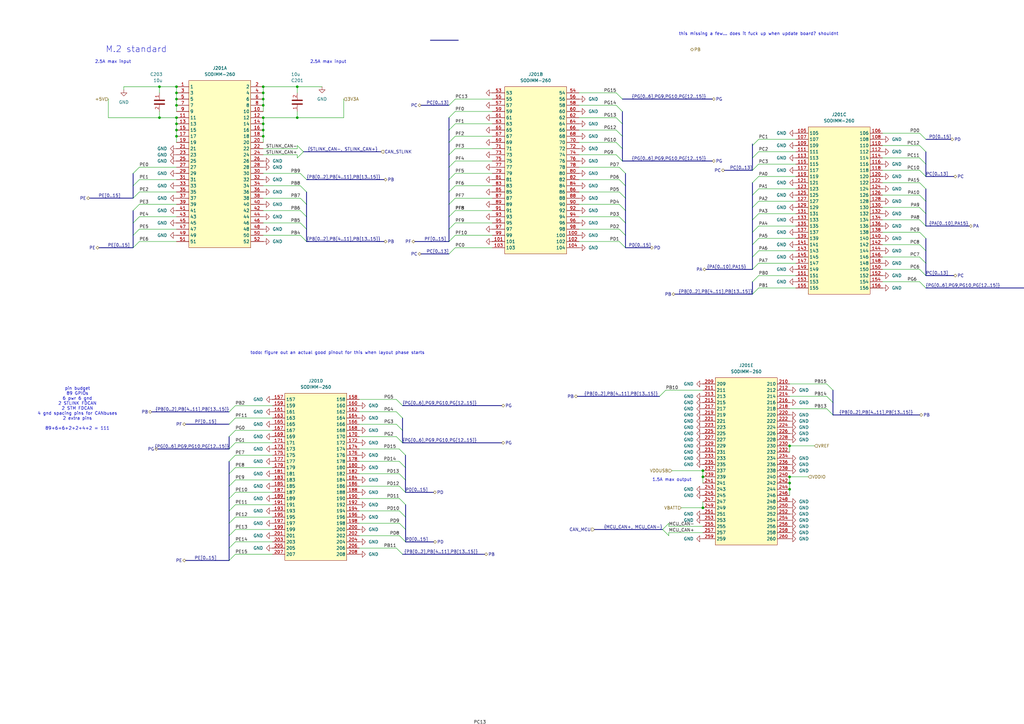
<source format=kicad_sch>
(kicad_sch (version 20250114) (generator "eeschema") (generator_version "9.0")
  (paper "A3")
  (lib_symbols
    (symbol "DUUC_lib:SODIMM-260"
      (property "Reference" "J" (at 0 38.1 0))
      (property "Value" "SODIMM-260" (at 0 35.56 0))
      (symbol "SODIMM-260_1_0"
        (pin passive line (at -17.78 -19.05 0) (length 5.08) (name "41") (number "41"))
        (pin passive line (at -17.78 -21.59 0) (length 5.08) (name "43") (number "43"))
        (pin passive line (at -17.78 -24.13 0) (length 5.08) (name "45") (number "45"))
        (pin passive line (at -17.78 -26.67 0) (length 5.08) (name "47") (number "47"))
        (pin passive line (at -17.78 -29.21 0) (length 5.08) (name "49") (number "49"))
        (pin passive line (at -17.78 -31.75 0) (length 5.08) (name "51") (number "51"))
        (pin passive line (at 17.78 -19.05 180) (length 5.08) (name "42") (number "42"))
        (pin passive line (at 17.78 -21.59 180) (length 5.08) (name "44") (number "44"))
        (pin passive line (at 17.78 -24.13 180) (length 5.08) (name "46") (number "46"))
        (pin passive line (at 17.78 -26.67 180) (length 5.08) (name "48") (number "48"))
        (pin passive line (at 17.78 -29.21 180) (length 5.08) (name "50") (number "50"))
        (pin passive line (at 17.78 -31.75 180) (length 5.08) (name "52") (number "52"))
      )
      (symbol "SODIMM-260_1_1"
        (pin passive line (at -17.78 31.75 0) (length 5.08) (name "1") (number "1"))
        (pin passive line (at -17.78 29.21 0) (length 5.08) (name "3") (number "3"))
        (pin passive line (at -17.78 26.67 0) (length 5.08) (name "5") (number "5"))
        (pin passive line (at -17.78 24.13 0) (length 5.08) (name "7") (number "7"))
        (pin passive line (at -17.78 21.59 0) (length 5.08) (name "9") (number "9"))
        (pin passive line (at -17.78 19.05 0) (length 5.08) (name "11") (number "11"))
        (pin passive line (at -17.78 16.51 0) (length 5.08) (name "13") (number "13"))
        (pin passive line (at -17.78 13.97 0) (length 5.08) (name "15") (number "15"))
        (pin passive line (at -17.78 11.43 0) (length 5.08) (name "17") (number "17"))
        (pin passive line (at -17.78 8.89 0) (length 5.08) (name "19") (number "19"))
        (pin passive line (at -17.78 6.35 0) (length 5.08) (name "21") (number "21"))
        (pin passive line (at -17.78 3.81 0) (length 5.08) (name "23") (number "23"))
        (pin passive line (at -17.78 1.27 0) (length 5.08) (name "25") (number "25"))
        (pin passive line (at -17.78 -1.27 0) (length 5.08) (name "27") (number "27"))
        (pin passive line (at -17.78 -3.81 0) (length 5.08) (name "29") (number "29"))
        (pin passive line (at -17.78 -6.35 0) (length 5.08) (name "31") (number "31"))
        (pin passive line (at -17.78 -8.89 0) (length 5.08) (name "33") (number "33"))
        (pin passive line (at -17.78 -11.43 0) (length 5.08) (name "35") (number "35"))
        (pin passive line (at -17.78 -13.97 0) (length 5.08) (name "37") (number "37"))
        (pin passive line (at -17.78 -16.51 0) (length 5.08) (name "39") (number "39"))
        (pin passive line (at 17.78 31.75 180) (length 5.08) (name "2") (number "2"))
        (pin passive line (at 17.78 29.21 180) (length 5.08) (name "4") (number "4"))
        (pin passive line (at 17.78 26.67 180) (length 5.08) (name "6") (number "6"))
        (pin passive line (at 17.78 24.13 180) (length 5.08) (name "8") (number "8"))
        (pin passive line (at 17.78 21.59 180) (length 5.08) (name "10") (number "10"))
        (pin passive line (at 17.78 19.05 180) (length 5.08) (name "12") (number "12"))
        (pin passive line (at 17.78 16.51 180) (length 5.08) (name "14") (number "14"))
        (pin passive line (at 17.78 13.97 180) (length 5.08) (name "16") (number "16"))
        (pin passive line (at 17.78 11.43 180) (length 5.08) (name "18") (number "18"))
        (pin passive line (at 17.78 8.89 180) (length 5.08) (name "20") (number "20"))
        (pin passive line (at 17.78 6.35 180) (length 5.08) (name "22") (number "22"))
        (pin passive line (at 17.78 3.81 180) (length 5.08) (name "24") (number "24"))
        (pin passive line (at 17.78 1.27 180) (length 5.08) (name "26") (number "26"))
        (pin passive line (at 17.78 -1.27 180) (length 5.08) (name "28") (number "28"))
        (pin passive line (at 17.78 -3.81 180) (length 5.08) (name "30") (number "30"))
        (pin passive line (at 17.78 -6.35 180) (length 5.08) (name "32") (number "32"))
        (pin passive line (at 17.78 -8.89 180) (length 5.08) (name "34") (number "34"))
        (pin passive line (at 17.78 -11.43 180) (length 5.08) (name "36") (number "36"))
        (pin passive line (at 17.78 -13.97 180) (length 5.08) (name "38") (number "38"))
        (pin passive line (at 17.78 -16.51 180) (length 5.08) (name "40") (number "40"))
      )
      (symbol "SODIMM-260_2_0"
        (pin passive line (at -17.78 -19.05 0) (length 5.08) (name "93") (number "93"))
        (pin passive line (at -17.78 -21.59 0) (length 5.08) (name "95") (number "95"))
        (pin passive line (at -17.78 -24.13 0) (length 5.08) (name "97") (number "97"))
        (pin passive line (at -17.78 -26.67 0) (length 5.08) (name "99") (number "99"))
        (pin passive line (at -17.78 -29.21 0) (length 5.08) (name "101") (number "101"))
        (pin passive line (at -17.78 -31.75 0) (length 5.08) (name "103") (number "103"))
        (pin passive line (at 17.78 -19.05 180) (length 5.08) (name "94") (number "94"))
        (pin passive line (at 17.78 -21.59 180) (length 5.08) (name "96") (number "96"))
        (pin passive line (at 17.78 -24.13 180) (length 5.08) (name "98") (number "98"))
        (pin passive line (at 17.78 -26.67 180) (length 5.08) (name "100") (number "100"))
        (pin passive line (at 17.78 -29.21 180) (length 5.08) (name "102") (number "102"))
        (pin passive line (at 17.78 -31.75 180) (length 5.08) (name "104") (number "104"))
      )
      (symbol "SODIMM-260_2_1"
        (pin passive line (at -17.78 31.75 0) (length 5.08) (name "53") (number "53"))
        (pin passive line (at -17.78 29.21 0) (length 5.08) (name "55") (number "55"))
        (pin passive line (at -17.78 26.67 0) (length 5.08) (name "57") (number "57"))
        (pin passive line (at -17.78 24.13 0) (length 5.08) (name "59") (number "59"))
        (pin passive line (at -17.78 21.59 0) (length 5.08) (name "61") (number "61"))
        (pin passive line (at -17.78 19.05 0) (length 5.08) (name "63") (number "63"))
        (pin passive line (at -17.78 16.51 0) (length 5.08) (name "65") (number "65"))
        (pin passive line (at -17.78 13.97 0) (length 5.08) (name "67") (number "67"))
        (pin passive line (at -17.78 11.43 0) (length 5.08) (name "69") (number "69"))
        (pin passive line (at -17.78 8.89 0) (length 5.08) (name "71") (number "71"))
        (pin passive line (at -17.78 6.35 0) (length 5.08) (name "73") (number "73"))
        (pin passive line (at -17.78 3.81 0) (length 5.08) (name "75") (number "75"))
        (pin passive line (at -17.78 1.27 0) (length 5.08) (name "77") (number "77"))
        (pin passive line (at -17.78 -1.27 0) (length 5.08) (name "79") (number "79"))
        (pin passive line (at -17.78 -3.81 0) (length 5.08) (name "81") (number "81"))
        (pin passive line (at -17.78 -6.35 0) (length 5.08) (name "83") (number "83"))
        (pin passive line (at -17.78 -8.89 0) (length 5.08) (name "85") (number "85"))
        (pin passive line (at -17.78 -11.43 0) (length 5.08) (name "87") (number "87"))
        (pin passive line (at -17.78 -13.97 0) (length 5.08) (name "89") (number "89"))
        (pin passive line (at -17.78 -16.51 0) (length 5.08) (name "91") (number "91"))
        (pin passive line (at 17.78 31.75 180) (length 5.08) (name "54") (number "54"))
        (pin passive line (at 17.78 29.21 180) (length 5.08) (name "56") (number "56"))
        (pin passive line (at 17.78 26.67 180) (length 5.08) (name "58") (number "58"))
        (pin passive line (at 17.78 24.13 180) (length 5.08) (name "60") (number "60"))
        (pin passive line (at 17.78 21.59 180) (length 5.08) (name "62") (number "62"))
        (pin passive line (at 17.78 19.05 180) (length 5.08) (name "64") (number "64"))
        (pin passive line (at 17.78 16.51 180) (length 5.08) (name "66") (number "66"))
        (pin passive line (at 17.78 13.97 180) (length 5.08) (name "68") (number "68"))
        (pin passive line (at 17.78 11.43 180) (length 5.08) (name "70") (number "70"))
        (pin passive line (at 17.78 8.89 180) (length 5.08) (name "72") (number "72"))
        (pin passive line (at 17.78 6.35 180) (length 5.08) (name "74") (number "74"))
        (pin passive line (at 17.78 3.81 180) (length 5.08) (name "76") (number "76"))
        (pin passive line (at 17.78 1.27 180) (length 5.08) (name "78") (number "78"))
        (pin passive line (at 17.78 -1.27 180) (length 5.08) (name "80") (number "80"))
        (pin passive line (at 17.78 -3.81 180) (length 5.08) (name "82") (number "82"))
        (pin passive line (at 17.78 -6.35 180) (length 5.08) (name "84") (number "84"))
        (pin passive line (at 17.78 -8.89 180) (length 5.08) (name "86") (number "86"))
        (pin passive line (at 17.78 -11.43 180) (length 5.08) (name "88") (number "88"))
        (pin passive line (at 17.78 -13.97 180) (length 5.08) (name "90") (number "90"))
        (pin passive line (at 17.78 -16.51 180) (length 5.08) (name "92") (number "92"))
      )
      (symbol "SODIMM-260_3_0"
        (pin passive line (at -17.78 -19.05 0) (length 5.08) (name "145") (number "145"))
        (pin passive line (at -17.78 -21.59 0) (length 5.08) (name "147") (number "147"))
        (pin passive line (at -17.78 -24.13 0) (length 5.08) (name "149") (number "149"))
        (pin passive line (at -17.78 -26.67 0) (length 5.08) (name "151") (number "151"))
        (pin passive line (at -17.78 -29.21 0) (length 5.08) (name "153") (number "153"))
        (pin passive line (at -17.78 -31.75 0) (length 5.08) (name "155") (number "155"))
        (pin passive line (at 17.78 -19.05 180) (length 5.08) (name "146") (number "146"))
        (pin passive line (at 17.78 -21.59 180) (length 5.08) (name "148") (number "148"))
        (pin passive line (at 17.78 -24.13 180) (length 5.08) (name "150") (number "150"))
        (pin passive line (at 17.78 -26.67 180) (length 5.08) (name "152") (number "152"))
        (pin passive line (at 17.78 -29.21 180) (length 5.08) (name "154") (number "154"))
        (pin passive line (at 17.78 -31.75 180) (length 5.08) (name "156") (number "156"))
      )
      (symbol "SODIMM-260_3_1"
        (pin passive line (at -17.78 31.75 0) (length 5.08) (name "105") (number "105"))
        (pin passive line (at -17.78 29.21 0) (length 5.08) (name "107") (number "107"))
        (pin passive line (at -17.78 26.67 0) (length 5.08) (name "109") (number "109"))
        (pin passive line (at -17.78 24.13 0) (length 5.08) (name "111") (number "111"))
        (pin passive line (at -17.78 21.59 0) (length 5.08) (name "113") (number "113"))
        (pin passive line (at -17.78 19.05 0) (length 5.08) (name "115") (number "115"))
        (pin passive line (at -17.78 16.51 0) (length 5.08) (name "117") (number "117"))
        (pin passive line (at -17.78 13.97 0) (length 5.08) (name "119") (number "119"))
        (pin passive line (at -17.78 11.43 0) (length 5.08) (name "121") (number "121"))
        (pin passive line (at -17.78 8.89 0) (length 5.08) (name "123") (number "123"))
        (pin passive line (at -17.78 6.35 0) (length 5.08) (name "125") (number "125"))
        (pin passive line (at -17.78 3.81 0) (length 5.08) (name "127") (number "127"))
        (pin passive line (at -17.78 1.27 0) (length 5.08) (name "129") (number "129"))
        (pin passive line (at -17.78 -1.27 0) (length 5.08) (name "131") (number "131"))
        (pin passive line (at -17.78 -3.81 0) (length 5.08) (name "133") (number "133"))
        (pin passive line (at -17.78 -6.35 0) (length 5.08) (name "135") (number "135"))
        (pin passive line (at -17.78 -8.89 0) (length 5.08) (name "137") (number "137"))
        (pin passive line (at -17.78 -11.43 0) (length 5.08) (name "139") (number "139"))
        (pin passive line (at -17.78 -13.97 0) (length 5.08) (name "141") (number "141"))
        (pin passive line (at -17.78 -16.51 0) (length 5.08) (name "143") (number "143"))
        (pin passive line (at 17.78 31.75 180) (length 5.08) (name "106") (number "106"))
        (pin passive line (at 17.78 29.21 180) (length 5.08) (name "108") (number "108"))
        (pin passive line (at 17.78 26.67 180) (length 5.08) (name "110") (number "110"))
        (pin passive line (at 17.78 24.13 180) (length 5.08) (name "112") (number "112"))
        (pin passive line (at 17.78 21.59 180) (length 5.08) (name "114") (number "114"))
        (pin passive line (at 17.78 19.05 180) (length 5.08) (name "116") (number "116"))
        (pin passive line (at 17.78 16.51 180) (length 5.08) (name "118") (number "118"))
        (pin passive line (at 17.78 13.97 180) (length 5.08) (name "120") (number "120"))
        (pin passive line (at 17.78 11.43 180) (length 5.08) (name "122") (number "122"))
        (pin passive line (at 17.78 8.89 180) (length 5.08) (name "124") (number "124"))
        (pin passive line (at 17.78 6.35 180) (length 5.08) (name "126") (number "126"))
        (pin passive line (at 17.78 3.81 180) (length 5.08) (name "128") (number "128"))
        (pin passive line (at 17.78 1.27 180) (length 5.08) (name "130") (number "130"))
        (pin passive line (at 17.78 -1.27 180) (length 5.08) (name "132") (number "132"))
        (pin passive line (at 17.78 -3.81 180) (length 5.08) (name "134") (number "134"))
        (pin passive line (at 17.78 -6.35 180) (length 5.08) (name "136") (number "136"))
        (pin passive line (at 17.78 -8.89 180) (length 5.08) (name "138") (number "138"))
        (pin passive line (at 17.78 -11.43 180) (length 5.08) (name "140") (number "140"))
        (pin passive line (at 17.78 -13.97 180) (length 5.08) (name "142") (number "142"))
        (pin passive line (at 17.78 -16.51 180) (length 5.08) (name "144") (number "144"))
      )
      (symbol "SODIMM-260_4_0"
        (pin passive line (at -17.78 -19.05 0) (length 5.08) (name "197") (number "197"))
        (pin passive line (at -17.78 -21.59 0) (length 5.08) (name "199") (number "199"))
        (pin passive line (at -17.78 -24.13 0) (length 5.08) (name "201") (number "201"))
        (pin passive line (at -17.78 -26.67 0) (length 5.08) (name "203") (number "203"))
        (pin passive line (at -17.78 -29.21 0) (length 5.08) (name "205") (number "205"))
        (pin passive line (at -17.78 -31.75 0) (length 5.08) (name "207") (number "207"))
        (pin passive line (at 17.78 -19.05 180) (length 5.08) (name "198") (number "198"))
        (pin passive line (at 17.78 -21.59 180) (length 5.08) (name "200") (number "200"))
        (pin passive line (at 17.78 -24.13 180) (length 5.08) (name "202") (number "202"))
        (pin passive line (at 17.78 -26.67 180) (length 5.08) (name "204") (number "204"))
        (pin passive line (at 17.78 -29.21 180) (length 5.08) (name "206") (number "206"))
        (pin passive line (at 17.78 -31.75 180) (length 5.08) (name "208") (number "208"))
      )
      (symbol "SODIMM-260_4_1"
        (pin passive line (at -17.78 31.75 0) (length 5.08) (name "157") (number "157"))
        (pin passive line (at -17.78 29.21 0) (length 5.08) (name "159") (number "159"))
        (pin passive line (at -17.78 26.67 0) (length 5.08) (name "161") (number "161"))
        (pin passive line (at -17.78 24.13 0) (length 5.08) (name "163") (number "163"))
        (pin passive line (at -17.78 21.59 0) (length 5.08) (name "165") (number "165"))
        (pin passive line (at -17.78 19.05 0) (length 5.08) (name "167") (number "167"))
        (pin passive line (at -17.78 16.51 0) (length 5.08) (name "169") (number "169"))
        (pin passive line (at -17.78 13.97 0) (length 5.08) (name "171") (number "171"))
        (pin passive line (at -17.78 11.43 0) (length 5.08) (name "173") (number "173"))
        (pin passive line (at -17.78 8.89 0) (length 5.08) (name "175") (number "175"))
        (pin passive line (at -17.78 6.35 0) (length 5.08) (name "177") (number "177"))
        (pin passive line (at -17.78 3.81 0) (length 5.08) (name "179") (number "179"))
        (pin passive line (at -17.78 1.27 0) (length 5.08) (name "181") (number "181"))
        (pin passive line (at -17.78 -1.27 0) (length 5.08) (name "183") (number "183"))
        (pin passive line (at -17.78 -3.81 0) (length 5.08) (name "185") (number "185"))
        (pin passive line (at -17.78 -6.35 0) (length 5.08) (name "187") (number "187"))
        (pin passive line (at -17.78 -8.89 0) (length 5.08) (name "189") (number "189"))
        (pin passive line (at -17.78 -11.43 0) (length 5.08) (name "191") (number "191"))
        (pin passive line (at -17.78 -13.97 0) (length 5.08) (name "193") (number "193"))
        (pin passive line (at -17.78 -16.51 0) (length 5.08) (name "195") (number "195"))
        (pin passive line (at 17.78 31.75 180) (length 5.08) (name "158") (number "158"))
        (pin passive line (at 17.78 29.21 180) (length 5.08) (name "160") (number "160"))
        (pin passive line (at 17.78 26.67 180) (length 5.08) (name "162") (number "162"))
        (pin passive line (at 17.78 24.13 180) (length 5.08) (name "164") (number "164"))
        (pin passive line (at 17.78 21.59 180) (length 5.08) (name "166") (number "166"))
        (pin passive line (at 17.78 19.05 180) (length 5.08) (name "168") (number "168"))
        (pin passive line (at 17.78 16.51 180) (length 5.08) (name "170") (number "170"))
        (pin passive line (at 17.78 13.97 180) (length 5.08) (name "172") (number "172"))
        (pin passive line (at 17.78 11.43 180) (length 5.08) (name "174") (number "174"))
        (pin passive line (at 17.78 8.89 180) (length 5.08) (name "176") (number "176"))
        (pin passive line (at 17.78 6.35 180) (length 5.08) (name "178") (number "178"))
        (pin passive line (at 17.78 3.81 180) (length 5.08) (name "180") (number "180"))
        (pin passive line (at 17.78 1.27 180) (length 5.08) (name "182") (number "182"))
        (pin passive line (at 17.78 -1.27 180) (length 5.08) (name "184") (number "184"))
        (pin passive line (at 17.78 -3.81 180) (length 5.08) (name "186") (number "186"))
        (pin passive line (at 17.78 -6.35 180) (length 5.08) (name "188") (number "188"))
        (pin passive line (at 17.78 -8.89 180) (length 5.08) (name "190") (number "190"))
        (pin passive line (at 17.78 -11.43 180) (length 5.08) (name "192") (number "192"))
        (pin passive line (at 17.78 -13.97 180) (length 5.08) (name "194") (number "194"))
        (pin passive line (at 17.78 -16.51 180) (length 5.08) (name "196") (number "196"))
      )
      (symbol "SODIMM-260_5_0"
        (pin passive line (at -17.78 -19.05 0) (length 5.08) (name "249") (number "249"))
        (pin passive line (at -17.78 -21.59 0) (length 5.08) (name "251") (number "251"))
        (pin passive line (at -17.78 -24.13 0) (length 5.08) (name "253") (number "253"))
        (pin passive line (at -17.78 -26.67 0) (length 5.08) (name "255") (number "255"))
        (pin passive line (at -17.78 -29.21 0) (length 5.08) (name "257") (number "257"))
        (pin passive line (at -17.78 -31.75 0) (length 5.08) (name "259") (number "259"))
        (pin passive line (at 17.78 -19.05 180) (length 5.08) (name "250") (number "250"))
        (pin passive line (at 17.78 -21.59 180) (length 5.08) (name "252") (number "252"))
        (pin passive line (at 17.78 -24.13 180) (length 5.08) (name "254") (number "254"))
        (pin passive line (at 17.78 -26.67 180) (length 5.08) (name "256") (number "256"))
        (pin passive line (at 17.78 -29.21 180) (length 5.08) (name "258") (number "258"))
        (pin passive line (at 17.78 -31.75 180) (length 5.08) (name "260") (number "260"))
      )
      (symbol "SODIMM-260_5_1"
        (pin passive line (at -17.78 31.75 0) (length 5.08) (name "209") (number "209"))
        (pin passive line (at -17.78 29.21 0) (length 5.08) (name "211") (number "211"))
        (pin passive line (at -17.78 26.67 0) (length 5.08) (name "213") (number "213"))
        (pin passive line (at -17.78 24.13 0) (length 5.08) (name "215") (number "215"))
        (pin passive line (at -17.78 21.59 0) (length 5.08) (name "217") (number "217"))
        (pin passive line (at -17.78 19.05 0) (length 5.08) (name "219") (number "219"))
        (pin passive line (at -17.78 16.51 0) (length 5.08) (name "221") (number "221"))
        (pin passive line (at -17.78 13.97 0) (length 5.08) (name "223") (number "223"))
        (pin passive line (at -17.78 11.43 0) (length 5.08) (name "225") (number "225"))
        (pin passive line (at -17.78 8.89 0) (length 5.08) (name "227") (number "227"))
        (pin passive line (at -17.78 6.35 0) (length 5.08) (name "229") (number "229"))
        (pin passive line (at -17.78 3.81 0) (length 5.08) (name "231") (number "231"))
        (pin passive line (at -17.78 1.27 0) (length 5.08) (name "233") (number "233"))
        (pin passive line (at -17.78 -1.27 0) (length 5.08) (name "235") (number "235"))
        (pin passive line (at -17.78 -3.81 0) (length 5.08) (name "237") (number "237"))
        (pin passive line (at -17.78 -6.35 0) (length 5.08) (name "239") (number "239"))
        (pin passive line (at -17.78 -8.89 0) (length 5.08) (name "241") (number "241"))
        (pin passive line (at -17.78 -11.43 0) (length 5.08) (name "243") (number "243"))
        (pin passive line (at -17.78 -13.97 0) (length 5.08) (name "245") (number "245"))
        (pin passive line (at -17.78 -16.51 0) (length 5.08) (name "247") (number "247"))
        (pin passive line (at 17.78 31.75 180) (length 5.08) (name "210") (number "210"))
        (pin passive line (at 17.78 29.21 180) (length 5.08) (name "212") (number "212"))
        (pin passive line (at 17.78 26.67 180) (length 5.08) (name "214") (number "214"))
        (pin passive line (at 17.78 24.13 180) (length 5.08) (name "216") (number "216"))
        (pin passive line (at 17.78 21.59 180) (length 5.08) (name "218") (number "218"))
        (pin passive line (at 17.78 19.05 180) (length 5.08) (name "220") (number "220"))
        (pin passive line (at 17.78 16.51 180) (length 5.08) (name "222") (number "222"))
        (pin passive line (at 17.78 13.97 180) (length 5.08) (name "224") (number "224"))
        (pin passive line (at 17.78 11.43 180) (length 5.08) (name "226") (number "226"))
        (pin passive line (at 17.78 8.89 180) (length 5.08) (name "228") (number "228"))
        (pin passive line (at 17.78 6.35 180) (length 5.08) (name "230") (number "230"))
        (pin passive line (at 17.78 3.81 180) (length 5.08) (name "232") (number "232"))
        (pin passive line (at 17.78 1.27 180) (length 5.08) (name "234") (number "234"))
        (pin passive line (at 17.78 -1.27 180) (length 5.08) (name "236") (number "236"))
        (pin passive line (at 17.78 -3.81 180) (length 5.08) (name "238") (number "238"))
        (pin passive line (at 17.78 -6.35 180) (length 5.08) (name "240") (number "240"))
        (pin passive line (at 17.78 -8.89 180) (length 5.08) (name "242") (number "242"))
        (pin passive line (at 17.78 -11.43 180) (length 5.08) (name "244") (number "244"))
        (pin passive line (at 17.78 -13.97 180) (length 5.08) (name "246") (number "246"))
        (pin passive line (at 17.78 -16.51 180) (length 5.08) (name "248") (number "248"))
      )
    )
    (symbol "bfr_capacitors:CL10A106MA8NRNC"
      (property "Reference" "C" (at 0 2.54 0))
      (property "Value" "10u" (at 1.27 2.54 0))
      (symbol "CL10A106MA8NRNC_1_1"
        (pin passive line (at 0 3.81 270) (length 2.794) (name "~") (number "1"))
        (pin passive line (at 0 -3.81 90) (length 2.794) (name "~") (number "2"))
      )
    )
    (symbol "power:GND" (power) (pin_numbers (hide yes)) (pin_names (offset 0) (hide yes))
      (property "Value" "GND" (at 0 -3.81 0))
      (symbol "GND_1_1"
        (pin power_in line (at 0 0 270) (length 0) (name "~") (number "1"))
      )
    )
  )
  (text "pin budget\n89 GPIOs\n6 pwr 6 gnd\n2 STLINK FDCAN\n2 STM FDCAN\n4 gnd spacing pins for CANbuses\n2 extra pins\n\n89+6+6+2+2+4+2 = 111\n" (at 31.75 167.64 0) (effects (font (size 1.27 1.27))))
  (text "1.5A max output" (at 275.59 196.85 0) (effects (font (size 1.27 1.27))))
  (text "2.5A max input" (at 134.62 25.4 0) (effects (font (size 1.27 1.27))))
  (text "2.5A max input" (at 46.355 25.4 0) (effects (font (size 1.27 1.27))))
  (text "todo: figure out an actual good pinout for this when layout phase starts" (at 138.43 144.78 0) (effects (font (size 1.27 1.27))))
  (text "this missing a few... does it fuck up when update board? shouldnt" (at 311.15 13.97 0) (effects (font (size 1.27 1.27))))
  (text "M.2 standard" (at 55.88 20.32 0) (effects (font (size 2.54 2.54))))
  (junction (at 72.39 35.56))
  (junction (at 107.95 50.8))
  (junction (at 121.92 35.56))
  (junction (at 107.95 48.26))
  (junction (at 107.95 55.88))
  (junction (at 121.92 48.26))
  (junction (at 323.85 195.58))
  (junction (at 72.39 48.26))
  (junction (at 72.39 53.34))
  (junction (at 72.39 38.1))
  (junction (at 72.39 43.18))
  (junction (at 323.85 182.88))
  (junction (at 107.95 43.18))
  (junction (at 288.29 193.04))
  (junction (at 72.39 50.8))
  (junction (at 107.95 53.34))
  (junction (at 107.95 35.56))
  (junction (at 65.405 35.56))
  (junction (at 72.39 40.64))
  (junction (at 107.95 40.64))
  (junction (at 323.85 198.12))
  (junction (at 288.29 208.28))
  (junction (at 323.85 200.66))
  (junction (at 107.95 38.1))
  (junction (at 72.39 55.88))
  (junction (at 65.405 48.26))
  (junction (at 288.29 195.58))
  (bus_entry (at 308.61 85.09) (size 2.54 -2.54))
  (bus_entry (at 123.19 81.28) (size 2.54 2.54))
  (bus_entry (at 256.54 76.2) (size -2.54 -2.54))
  (bus_entry (at 308.61 69.85) (size 2.54 -2.54))
  (bus_entry (at 54.61 91.44) (size 2.54 -2.54))
  (bus_entry (at 271.78 217.17) (size 2.54 2.54))
  (bus_entry (at 379.73 67.31) (size -2.54 -2.54))
  (bus_entry (at 308.61 105.41) (size 2.54 -2.54))
  (bus_entry (at 311.15 97.79) (size -2.54 2.54))
  (bus_entry (at 184.15 48.26) (size 2.54 -2.54))
  (bus_entry (at 184.15 58.42) (size 2.54 -2.54))
  (bus_entry (at 93.98 219.71) (size 2.54 -2.54))
  (bus_entry (at 184.15 104.14) (size 2.54 -2.54))
  (bus_entry (at 379.73 77.47) (size -2.54 -2.54))
  (bus_entry (at 166.37 207.01) (size -2.54 -2.54))
  (bus_entry (at 124.46 62.23) (size -2.54 -2.54))
  (bus_entry (at 123.19 96.52) (size 2.54 2.54))
  (bus_entry (at 54.61 101.6) (size 2.54 -2.54))
  (bus_entry (at 184.15 53.34) (size 2.54 -2.54))
  (bus_entry (at 379.73 107.95) (size -2.54 -2.54))
  (bus_entry (at 255.27 66.04) (size -2.54 -2.54))
  (bus_entry (at 166.37 212.09) (size -2.54 -2.54))
  (bus_entry (at 311.15 72.39) (size -2.54 2.54))
  (bus_entry (at 54.61 96.52) (size 2.54 -2.54))
  (bus_entry (at 54.61 86.36) (size 2.54 -2.54))
  (bus_entry (at 256.54 96.52) (size -2.54 -2.54))
  (bus_entry (at 166.2966 191.77) (size -2.54 -2.54))
  (bus_entry (at 166.2966 186.69) (size -2.54 -2.54))
  (bus_entry (at 93.98 204.47) (size 2.54 -2.54))
  (bus_entry (at 379.73 82.55) (size -2.54 -2.54))
  (bus_entry (at 123.19 91.44) (size 2.54 2.54))
  (bus_entry (at 166.37 217.17) (size -2.54 -2.54))
  (bus_entry (at 379.73 57.15) (size -2.54 -2.54))
  (bus_entry (at 93.98 189.23) (size 2.54 -2.54))
  (bus_entry (at 123.19 71.12) (size 2.54 2.54))
  (bus_entry (at 379.73 113.03) (size -2.54 -2.54))
  (bus_entry (at 379.73 92.71) (size -2.54 -2.54))
  (bus_entry (at 93.98 214.63) (size 2.54 -2.54))
  (bus_entry (at 311.15 92.71) (size -2.54 2.54))
  (bus_entry (at 311.15 118.11) (size -2.54 2.54))
  (bus_entry (at 379.73 97.79) (size -2.54 -2.54))
  (bus_entry (at 379.73 62.23) (size -2.54 -2.54))
  (bus_entry (at 93.98 184.15) (size 2.54 -2.54))
  (bus_entry (at 201.93 299.72) (size -2.54 -2.54))
  (bus_entry (at 93.98 224.79) (size 2.54 -2.54))
  (bus_entry (at 339.09 162.56) (size 2.54 2.54))
  (bus_entry (at 93.98 173.99) (size 2.54 -2.54))
  (bus_entry (at 165.1 181.61) (size -2.54 -2.54))
  (bus_entry (at 339.09 157.48) (size 2.54 2.54))
  (bus_entry (at 308.61 64.77) (size 2.54 -2.54))
  (bus_entry (at 308.61 90.17) (size 2.54 -2.54))
  (bus_entry (at 377.19 85.09) (size 2.54 2.54))
  (bus_entry (at 166.2966 201.93) (size -2.54 -2.54))
  (bus_entry (at 96.52 166.37) (size -2.54 2.54))
  (bus_entry (at 379.73 118.11) (size -2.54 -2.54))
  (bus_entry (at 54.61 81.28) (size 2.54 -2.54))
  (bus_entry (at 93.98 209.55) (size 2.54 -2.54))
  (bus_entry (at 166.37 222.25) (size -2.54 -2.54))
  (bus_entry (at 184.15 83.82) (size 2.54 -2.54))
  (bus_entry (at 379.73 72.39) (size -2.54 -2.54))
  (bus_entry (at 93.98 229.87) (size 2.54 -2.54))
  (bus_entry (at 184.15 93.98) (size 2.54 -2.54))
  (bus_entry (at 93.98 199.39) (size 2.54 -2.54))
  (bus_entry (at 93.98 194.31) (size 2.54 -2.54))
  (bus_entry (at 255.27 45.72) (size -2.54 -2.54))
  (bus_entry (at 271.78 217.17) (size 2.54 -2.54))
  (bus_entry (at 184.15 88.9) (size 2.54 -2.54))
  (bus_entry (at 308.61 59.69) (size 2.54 -2.54))
  (bus_entry (at 255.27 40.64) (size -2.54 -2.54))
  (bus_entry (at 255.27 55.88) (size -2.54 -2.54))
  (bus_entry (at 165.1 171.45) (size -2.54 -2.54))
  (bus_entry (at 379.73 102.87) (size -2.54 -2.54))
  (bus_entry (at 256.54 81.28) (size -2.54 -2.54))
  (bus_entry (at 166.2966 196.85) (size -2.54 -2.54))
  (bus_entry (at 341.63 170.18) (size -2.54 -2.54))
  (bus_entry (at 184.15 68.58) (size 2.54 -2.54))
  (bus_entry (at 256.54 86.36) (size -2.54 -2.54))
  (bus_entry (at 184.15 43.18) (size 2.54 -2.54))
  (bus_entry (at 256.54 101.6) (size -2.54 -2.54))
  (bus_entry (at 255.27 50.8) (size -2.54 -2.54))
  (bus_entry (at 255.27 60.96) (size -2.54 -2.54))
  (bus_entry (at 165.1 176.53) (size -2.54 -2.54))
  (bus_entry (at 308.61 115.57) (size 2.54 -2.54))
  (bus_entry (at 270.51 162.56) (size 2.54 -2.54))
  (bus_entry (at 93.98 179.07) (size 2.54 -2.54))
  (bus_entry (at 54.61 76.2) (size 2.54 -2.54))
  (bus_entry (at 123.19 76.2) (size 2.54 2.54))
  (bus_entry (at 311.15 77.47) (size -2.54 2.54))
  (bus_entry (at 54.61 71.12) (size 2.54 -2.54))
  (bus_entry (at 256.54 71.12) (size -2.54 -2.54))
  (bus_entry (at 184.15 63.5) (size 2.54 -2.54))
  (bus_entry (at 184.15 73.66) (size 2.54 -2.54))
  (bus_entry (at 124.46 62.23) (size -2.54 2.54))
  (bus_entry (at 184.15 99.06) (size 2.54 -2.54))
  (bus_entry (at 256.54 91.44) (size -2.54 -2.54))
  (bus_entry (at 165.1 166.37) (size -2.54 -2.54))
  (bus_entry (at 308.61 110.49) (size 2.54 -2.54))
  (bus_entry (at 123.19 86.36) (size 2.54 2.54))
  (bus_entry (at 162.56 224.79) (size 2.54 2.54))
  (bus_entry (at 184.15 78.74) (size 2.54 -2.54))
  (wire (pts (xy 123.19 96.52) (xy 107.95 96.52)))
  (wire (pts (xy 377.19 80.01) (xy 361.95 80.01)))
  (bus (pts (xy 308.61 64.77) (xy 308.61 69.85)))
  (bus (pts (xy 76.2 173.99) (xy 93.98 173.99)))
  (bus (pts (xy 379.73 72.39) (xy 391.16 72.39)))
  (bus (pts (xy 308.61 100.33) (xy 308.61 105.41)))
  (bus (pts (xy 93.98 199.39) (xy 93.98 194.31)))
  (wire (pts (xy 186.69 96.52) (xy 201.93 96.52)))
  (bus (pts (xy 256.54 96.52) (xy 256.54 91.44)))
  (wire (pts (xy 237.49 53.34) (xy 252.73 53.34)))
  (wire (pts (xy 72.39 35.56) (xy 65.405 35.56)))
  (wire (pts (xy 323.85 198.12) (xy 323.85 200.66)))
  (wire (pts (xy 65.405 38.1) (xy 65.405 35.56)))
  (wire (pts (xy 237.49 58.42) (xy 252.73 58.42)))
  (bus (pts (xy 166.2966 191.77) (xy 166.2966 186.69)))
  (bus (pts (xy 54.61 71.12) (xy 54.61 76.2)))
  (bus (pts (xy 422.91 -11.43) (xy 441.96 -11.43)))
  (bus (pts (xy 125.73 83.82) (xy 125.73 78.74)))
  (wire (pts (xy 163.7566 194.31) (xy 147.32 194.31)))
  (wire (pts (xy 186.69 91.44) (xy 201.93 91.44)))
  (wire (pts (xy 162.56 163.83) (xy 147.32 163.83)))
  (bus (pts (xy 379.73 72.39) (xy 379.73 67.31)))
  (wire (pts (xy 186.69 86.36) (xy 201.93 86.36)))
  (wire (pts (xy 123.19 86.36) (xy 107.95 86.36)))
  (wire (pts (xy 323.85 185.42) (xy 323.85 182.88)))
  (wire (pts (xy 123.19 81.28) (xy 107.95 81.28)))
  (bus (pts (xy 166.2966 196.85) (xy 166.2966 191.77)))
  (wire (pts (xy 288.29 193.04) (xy 288.29 195.58)))
  (bus (pts (xy 165.1 176.53) (xy 165.1 171.45)))
  (wire (pts (xy 288.29 195.58) (xy 288.29 198.12)))
  (wire (pts (xy 237.49 78.74) (xy 254 78.74)))
  (wire (pts (xy 107.95 48.26) (xy 121.92 48.26)))
  (wire (pts (xy 288.29 205.74) (xy 288.29 208.28)))
  (bus (pts (xy 205.74 166.37) (xy 165.1 166.37)))
  (wire (pts (xy 186.69 60.96) (xy 201.93 60.96)))
  (wire (pts (xy 311.15 107.95) (xy 326.39 107.95)))
  (wire (pts (xy 377.19 69.85) (xy 361.95 69.85)))
  (bus (pts (xy 170.18 99.06) (xy 184.15 99.06)))
  (wire (pts (xy 96.52 196.85) (xy 111.76 196.85)))
  (wire (pts (xy 72.39 48.26) (xy 72.39 50.8)))
  (bus (pts (xy 308.61 80.01) (xy 308.61 74.93)))
  (bus (pts (xy 256.54 76.2) (xy 256.54 81.28)))
  (bus (pts (xy 379.73 113.03) (xy 391.16 113.03)))
  (wire (pts (xy 377.19 100.33) (xy 361.95 100.33)))
  (bus (pts (xy 236.855 162.56) (xy 270.51 162.56)))
  (wire (pts (xy 50.8 35.56) (xy 65.405 35.56)))
  (bus (pts (xy 93.98 204.47) (xy 93.98 199.39)))
  (wire (pts (xy 199.39 297.18) (xy 184.15 297.18)))
  (wire (pts (xy 50.8 35.56) (xy 50.8 36.83)))
  (wire (pts (xy 96.52 166.37) (xy 111.76 166.37)))
  (wire (pts (xy 186.69 76.2) (xy 201.93 76.2)))
  (wire (pts (xy 237.49 38.1) (xy 252.73 38.1)))
  (wire (pts (xy 311.15 72.39) (xy 326.39 72.39)))
  (wire (pts (xy 72.39 35.56) (xy 72.39 38.1)))
  (bus (pts (xy 184.15 73.66) (xy 184.15 78.74)))
  (wire (pts (xy 274.32 219.71) (xy 274.32 218.44)))
  (bus (pts (xy 341.63 165.1) (xy 341.63 170.18)))
  (bus (pts (xy 187.96 16.51) (xy 176.53 16.51)))
  (wire (pts (xy 186.69 66.04) (xy 201.93 66.04)))
  (bus (pts (xy 308.61 110.49) (xy 289.56 110.49)))
  (wire (pts (xy 147.32 184.15) (xy 163.7566 184.15)))
  (wire (pts (xy 237.49 93.98) (xy 254 93.98)))
  (wire (pts (xy 96.52 207.01) (xy 111.76 207.01)))
  (bus (pts (xy 215.9 299.72) (xy 201.93 299.72)))
  (wire (pts (xy 186.69 50.8) (xy 201.93 50.8)))
  (wire (pts (xy 377.19 110.49) (xy 361.95 110.49)))
  (wire (pts (xy 121.92 60.96) (xy 107.95 60.96)))
  (wire (pts (xy 65.405 48.26) (xy 65.405 45.72)))
  (bus (pts (xy 379.73 92.71) (xy 397.51 92.71)))
  (wire (pts (xy 96.52 176.53) (xy 111.76 176.53)))
  (wire (pts (xy 163.7566 199.39) (xy 147.32 199.39)))
  (bus (pts (xy 184.15 93.98) (xy 184.15 99.06)))
  (bus (pts (xy 308.61 85.09) (xy 308.61 80.01)))
  (wire (pts (xy 186.69 81.28) (xy 201.93 81.28)))
  (wire (pts (xy 121.92 64.77) (xy 121.92 63.5)))
  (bus (pts (xy 93.98 219.71) (xy 93.98 224.79)))
  (wire (pts (xy 132.08 35.56) (xy 121.92 35.56)))
  (wire (pts (xy 57.15 93.98) (xy 72.39 93.98)))
  (bus (pts (xy 125.73 99.06) (xy 125.73 93.98)))
  (bus (pts (xy 256.54 101.6) (xy 256.54 96.52)))
  (wire (pts (xy 311.15 57.15) (xy 326.39 57.15)))
  (wire (pts (xy 377.19 105.41) (xy 361.95 105.41)))
  (wire (pts (xy 57.15 73.66) (xy 72.39 73.66)))
  (bus (pts (xy 341.63 160.02) (xy 341.63 165.1)))
  (wire (pts (xy 72.39 43.18) (xy 72.39 45.72)))
  (bus (pts (xy 184.15 104.14) (xy 172.72 104.14)))
  (wire (pts (xy 107.95 40.64) (xy 107.95 43.18)))
  (bus (pts (xy 379.73 113.03) (xy 379.73 107.95)))
  (wire (pts (xy 162.56 168.91) (xy 147.32 168.91)))
  (bus (pts (xy 40.64 101.6) (xy 54.61 101.6)))
  (wire (pts (xy 96.52 186.69) (xy 111.76 186.69)))
  (wire (pts (xy 96.52 191.77) (xy 111.76 191.77)))
  (wire (pts (xy 237.49 88.9) (xy 254 88.9)))
  (wire (pts (xy 72.39 50.8) (xy 72.39 53.34)))
  (wire (pts (xy 96.52 227.33) (xy 111.76 227.33)))
  (bus (pts (xy 125.73 73.66) (xy 157.48 73.66)))
  (wire (pts (xy 147.32 214.63) (xy 163.83 214.63)))
  (wire (pts (xy 57.15 78.74) (xy 72.39 78.74)))
  (wire (pts (xy 311.15 87.63) (xy 326.39 87.63)))
  (bus (pts (xy 379.73 87.63) (xy 379.73 82.55)))
  (bus (pts (xy 184.15 78.74) (xy 184.15 83.82)))
  (wire (pts (xy 311.15 77.47) (xy 326.39 77.47)))
  (bus (pts (xy 308.61 105.41) (xy 308.61 110.49)))
  (bus (pts (xy 308.61 69.85) (xy 297.18 69.85)))
  (bus (pts (xy 256.54 71.12) (xy 256.54 76.2)))
  (bus (pts (xy 93.98 194.31) (xy 93.98 189.23)))
  (wire (pts (xy 72.39 40.64) (xy 72.39 43.18)))
  (wire (pts (xy 237.49 68.58) (xy 254 68.58)))
  (bus (pts (xy 379.73 77.47) (xy 379.73 82.55)))
  (wire (pts (xy 44.45 48.26) (xy 44.45 40.64)))
  (bus (pts (xy 308.61 115.57) (xy 308.61 120.65)))
  (bus (pts (xy 125.73 99.06) (xy 157.48 99.06)))
  (wire (pts (xy 323.85 200.66) (xy 323.85 203.2)))
  (bus (pts (xy 54.61 76.2) (xy 54.61 81.28)))
  (bus (pts (xy 341.63 170.18) (xy 377.19 170.18)))
  (bus (pts (xy 184.15 53.34) (xy 184.15 58.42)))
  (bus (pts (xy 266.7 101.6) (xy 256.54 101.6)))
  (wire (pts (xy 377.19 74.93) (xy 361.95 74.93)))
  (bus (pts (xy 379.73 62.23) (xy 379.73 67.31)))
  (wire (pts (xy 96.52 212.09) (xy 111.76 212.09)))
  (bus (pts (xy 166.37 212.09) (xy 166.37 217.17)))
  (wire (pts (xy 121.92 59.69) (xy 121.92 60.96)))
  (wire (pts (xy 107.95 48.26) (xy 107.95 50.8)))
  (wire (pts (xy 107.95 50.8) (xy 107.95 53.34)))
  (bus (pts (xy 205.74 181.61) (xy 165.1 181.61)))
  (bus (pts (xy 256.54 81.28) (xy 256.54 86.36)))
  (bus (pts (xy 125.73 88.9) (xy 125.73 83.82)))
  (bus (pts (xy 165.1 176.53) (xy 165.1 181.61)))
  (wire (pts (xy 323.85 195.58) (xy 323.85 198.12)))
  (wire (pts (xy 140.97 40.64) (xy 140.97 48.26)))
  (bus (pts (xy 93.98 229.87) (xy 93.98 224.79)))
  (wire (pts (xy 96.52 181.61) (xy 111.76 181.61)))
  (wire (pts (xy 147.32 219.71) (xy 163.83 219.71)))
  (wire (pts (xy 72.39 48.26) (xy 65.405 48.26)))
  (wire (pts (xy 186.69 40.64) (xy 201.93 40.64)))
  (wire (pts (xy 377.19 64.77) (xy 361.95 64.77)))
  (wire (pts (xy 123.19 76.2) (xy 107.95 76.2)))
  (wire (pts (xy 186.69 71.12) (xy 201.93 71.12)))
  (bus (pts (xy 93.98 204.47) (xy 93.98 209.55)))
  (bus (pts (xy 271.78 217.17) (xy 243.84 217.17)))
  (wire (pts (xy 311.15 118.11) (xy 326.39 118.11)))
  (wire (pts (xy 339.09 162.56) (xy 323.85 162.56)))
  (bus (pts (xy 93.98 214.63) (xy 93.98 219.71)))
  (wire (pts (xy 107.95 43.18) (xy 107.95 45.72)))
  (bus (pts (xy 54.61 96.52) (xy 54.61 91.44)))
  (bus (pts (xy 255.27 45.72) (xy 255.27 50.8)))
  (wire (pts (xy 72.39 38.1) (xy 72.39 40.64)))
  (bus (pts (xy 54.61 101.6) (xy 54.61 96.52)))
  (wire (pts (xy 107.95 35.56) (xy 107.95 38.1)))
  (wire (pts (xy 96.52 222.25) (xy 111.76 222.25)))
  (wire (pts (xy 107.95 53.34) (xy 107.95 55.88)))
  (wire (pts (xy 288.29 208.28) (xy 279.4 208.28)))
  (wire (pts (xy 323.85 182.88) (xy 334.01 182.88)))
  (bus (pts (xy 184.15 68.58) (xy 184.15 73.66)))
  (bus (pts (xy 54.61 81.28) (xy 36.83 81.28)))
  (bus (pts (xy 93.98 229.87) (xy 76.2 229.87)))
  (wire (pts (xy 57.15 83.82) (xy 72.39 83.82)))
  (bus (pts (xy 255.27 40.64) (xy 292.1 40.64)))
  (bus (pts (xy 308.61 95.25) (xy 308.61 100.33)))
  (wire (pts (xy 339.09 167.64) (xy 323.85 167.64)))
  (wire (pts (xy 162.56 173.99) (xy 147.32 173.99)))
  (wire (pts (xy 311.15 102.87) (xy 326.39 102.87)))
  (bus (pts (xy 93.98 184.15) (xy 64.77 184.15)))
  (wire (pts (xy 96.52 217.17) (xy 111.76 217.17)))
  (wire (pts (xy 377.19 90.17) (xy 361.95 90.17)))
  (wire (pts (xy 274.32 214.63) (xy 274.32 215.9)))
  (wire (pts (xy 57.15 99.06) (xy 72.39 99.06)))
  (bus (pts (xy 93.98 168.91) (xy 62.23 168.91)))
  (wire (pts (xy 237.49 48.26) (xy 252.73 48.26)))
  (wire (pts (xy 162.56 224.79) (xy 147.32 224.79)))
  (wire (pts (xy 107.95 35.56) (xy 121.92 35.56)))
  (wire (pts (xy 237.49 73.66) (xy 254 73.66)))
  (wire (pts (xy 186.69 55.88) (xy 201.93 55.88)))
  (wire (pts (xy 361.95 54.61) (xy 377.19 54.61)))
  (bus (pts (xy 256.54 91.44) (xy 256.54 86.36)))
  (bus (pts (xy 255.27 60.96) (xy 255.27 66.04)))
  (bus (pts (xy 166.2966 201.93) (xy 177.7266 201.93)))
  (wire (pts (xy 123.19 91.44) (xy 107.95 91.44)))
  (bus (pts (xy 124.46 62.23) (xy 156.21 62.23)))
  (bus (pts (xy 255.27 50.8) (xy 255.27 55.88)))
  (wire (pts (xy 57.15 68.58) (xy 72.39 68.58)))
  (wire (pts (xy 107.95 55.88) (xy 107.95 58.42)))
  (bus (pts (xy 379.73 102.87) (xy 379.73 97.79)))
  (wire (pts (xy 339.09 157.48) (xy 323.85 157.48)))
  (wire (pts (xy 107.95 38.1) (xy 107.95 40.64)))
  (wire (pts (xy 186.69 45.72) (xy 201.93 45.72)))
  (bus (pts (xy 184.15 83.82) (xy 184.15 88.9)))
  (bus (pts (xy 308.61 90.17) (xy 308.61 85.09)))
  (bus (pts (xy 308.61 120.65) (xy 276.86 120.65)))
  (bus (pts (xy 166.37 207.01) (xy 166.37 212.09)))
  (bus (pts (xy 166.37 217.17) (xy 166.37 222.25)))
  (wire (pts (xy 275.59 193.04) (xy 288.29 193.04)))
  (wire (pts (xy 121.92 63.5) (xy 107.95 63.5)))
  (wire (pts (xy 72.39 55.88) (xy 72.39 58.42)))
  (wire (pts (xy 274.32 215.9) (xy 288.29 215.9)))
  (bus (pts (xy 389.89 57.15) (xy 379.73 57.15)))
  (wire (pts (xy 377.19 115.57) (xy 361.95 115.57)))
  (wire (pts (xy 311.15 113.03) (xy 326.39 113.03)))
  (wire (pts (xy 237.49 83.82) (xy 254 83.82)))
  (wire (pts (xy 311.15 67.31) (xy 326.39 67.31)))
  (bus (pts (xy 255.27 55.88) (xy 255.27 60.96)))
  (bus (pts (xy 198.755 227.33) (xy 165.1 227.33)))
  (wire (pts (xy 377.19 59.69) (xy 361.95 59.69)))
  (bus (pts (xy 308.61 90.17) (xy 308.61 95.25)))
  (wire (pts (xy 162.56 179.07) (xy 147.32 179.07)))
  (wire (pts (xy 44.45 48.26) (xy 65.405 48.26)))
  (bus (pts (xy 93.98 179.07) (xy 93.98 184.15)))
  (wire (pts (xy 96.52 201.93) (xy 111.76 201.93)))
  (bus (pts (xy 166.2966 201.93) (xy 166.2966 196.85)))
  (wire (pts (xy 123.19 71.12) (xy 107.95 71.12)))
  (wire (pts (xy 96.52 171.45) (xy 111.76 171.45)))
  (wire (pts (xy 140.97 48.26) (xy 121.92 48.26)))
  (wire (pts (xy 237.49 63.5) (xy 252.73 63.5)))
  (bus (pts (xy 54.61 91.44) (xy 54.61 86.36)))
  (wire (pts (xy 121.92 38.1) (xy 121.92 35.56)))
  (wire (pts (xy 323.85 195.58) (xy 331.47 195.58)))
  (bus (pts (xy 184.15 43.18) (xy 172.72 43.18)))
  (bus (pts (xy 184.15 88.9) (xy 184.15 93.98)))
  (bus (pts (xy 255.27 66.04) (xy 292.1 66.04)))
  (bus (pts (xy 379.73 92.71) (xy 379.73 87.63)))
  (wire (pts (xy 57.15 88.9) (xy 72.39 88.9)))
  (bus (pts (xy 379.73 107.95) (xy 379.73 102.87)))
  (wire (pts (xy 72.39 53.34) (xy 72.39 55.88)))
  (bus (pts (xy 184.15 48.26) (xy 184.15 53.34)))
  (wire (pts (xy 273.05 160.02) (xy 288.29 160.02)))
  (wire (pts (xy 186.69 101.6) (xy 201.93 101.6)))
  (wire (pts (xy 237.49 99.06) (xy 254 99.06)))
  (bus (pts (xy 125.73 93.98) (xy 125.73 88.9)))
  (wire (pts (xy 147.32 189.23) (xy 163.7566 189.23)))
  (wire (pts (xy 237.49 43.18) (xy 252.73 43.18)))
  (bus (pts (xy 184.15 58.42) (xy 184.15 63.5)))
  (wire (pts (xy 311.15 62.23) (xy 326.39 62.23)))
  (wire (pts (xy 311.15 97.79) (xy 326.39 97.79)))
  (bus (pts (xy 308.61 59.69) (xy 308.61 64.77)))
  (wire (pts (xy 311.15 92.71) (xy 326.39 92.71)))
  (bus (pts (xy 184.15 63.5) (xy 184.15 68.58)))
  (wire (pts (xy 377.19 85.09) (xy 361.95 85.09)))
  (bus (pts (xy 166.37 222.25) (xy 177.8 222.25)))
  (bus (pts (xy 420.37 118.11) (xy 379.73 118.11)))
  (wire (pts (xy 121.92 45.72) (xy 121.92 48.26)))
  (bus (pts (xy 93.98 209.55) (xy 93.98 214.63)))
  (wire (pts (xy 147.32 209.55) (xy 163.83 209.55)))
  (wire (pts (xy 377.19 95.25) (xy 361.95 95.25)))
  (wire (pts (xy 274.32 218.44) (xy 288.29 218.44)))
  (bus (pts (xy 308.61 59.055) (xy 308.61 59.69)))
  (wire (pts (xy 147.32 204.47) (xy 163.83 204.47)))
  (wire (pts (xy 311.15 82.55) (xy 326.39 82.55)))
  (label "PD[0..15]" (at 166.2966 201.93 0))
  (label "PG10" (at 247.65 58.42 0))
  (label "MCU_CAN+" (at 274.32 218.44 0))
  (label "PE3" (at 57.15 83.82 0))
  (label "PG3" (at 157.48 173.99 0))
  (label "PD13" (at 163.7566 194.31 180))
  (label "{PA[0..10],PA15}" (at 381 92.71 0))
  (label "PA8" (at 377.19 90.17 180))
  (label "{PA[0..10],PA15}" (at 425.45 -11.43 0))
  (label "{STLINK_CAN-, STLINK_CAN+}" (at 154.94 62.23 180))
  (label "PA15" (at 377.19 74.93 180))
  (label "PF1" (at 186.69 50.8 0))
  (label "PD4" (at 254 83.82 180))
  (label "PG5" (at 157.48 163.83 0))
  (label "PD15" (at 162.4866 184.15 180))
  (label "PC9" (at 377.19 95.25 180))
  (label "PD7" (at 254 68.58 180))
  (label "PC[0..13]" (at 184.15 43.18 180))
  (label "PD[0..15]" (at 166.37 222.25 0))
  (label "{PG[0..6],PG9,PG10,PG[12..15]}" (at 259.08 40.64 0))
  (label "PF10" (at 186.69 96.52 0))
  (label "PF9" (at 186.69 91.44 0))
  (label "PC2" (at 311.15 62.23 0))
  (label "PA5" (at 311.15 97.79 0))
  (label "PE11" (at 96.52 207.01 0))
  (label "PE4" (at 57.15 88.9 0))
  (label "PG12" (at 247.65 53.34 0))
  (label "PC1" (at 311.15 57.15 0))
  (label "PD12" (at 163.7566 199.39 180))
  (label "PC7" (at 377.19 105.41 180))
  (label "PE[0..15]" (at 49.53 81.28 180))
  (label "PD[0..15]" (at 257.81 101.6 0))
  (label "{PG[0..6],PG9,PG10,PG[12..15]}" (at 195.58 166.37 180))
  (label "PB0" (at 311.15 113.03 0))
  (label "PF[0..15]" (at 88.9 173.99 180))
  (label "PD2" (at 254 93.98 180))
  (label "{PG[0..6],PG9,PG10,PG[12..15]}" (at 93.98 184.15 180))
  (label "{PB[0..2],PB[4..11],PB[13..15]}" (at 165.735 227.33 0))
  (label "{PA[0..10],PA15}" (at 306.07 110.49 180))
  (label "PF2" (at 186.69 55.88 0))
  (label "{PB[0..2],PB[4..11],PB[13..15]}" (at 308.61 120.65 180))
  (label "PE14" (at 96.52 222.25 0))
  (label "PD1" (at 254 99.06 180))
  (label "{PB[0..2],PB[4..11],PB[13..15]}" (at 344.17 170.18 0))
  (label "PE8" (at 96.52 191.77 0))
  (label "PD8" (at 163.83 219.71 180))
  (label "PA1" (at 311.15 77.47 0))
  (label "PC10" (at 377.19 69.85 180))
  (label "{PB[0..2],PB[4..11],PB[13..15]}" (at 269.875 162.56 180))
  (label "STLINK_CAN-" (at 121.92 60.96 180))
  (label "PG14" (at 247.65 43.18 0))
  (label "PE12" (at 96.52 212.09 0))
  (label "PG2" (at 157.48 179.07 0))
  (label "PC13" (at 186.69 40.64 0))
  (label "PA0" (at 311.15 72.39 0))
  (label "PG6" (at 372.11 115.57 0))
  (label "MCU_CAN-" (at 274.32 215.9 0))
  (label "PE[0..15]" (at 53.34 101.6 180))
  (label "PF6" (at 186.69 76.2 0))
  (label "PG0" (at 96.52 176.53 0))
  (label "{PG[0..6],PG9,PG10,PG[12..15]}" (at 410.21 118.11 180))
  (label "PB7" (at 123.19 81.28 180))
  (label "PE0" (at 57.15 68.58 0))
  (label "PB4" (at 123.19 96.52 180))
  (label "{PG[0..6],PG9,PG10,PG[12..15]}" (at 259.08 66.04 0))
  (label "PG13" (at 247.65 48.26 0))
  (label "PF8" (at 186.69 86.36 0))
  (label "PE15" (at 96.52 227.33 0))
  (label "PC8" (at 377.19 100.33 180))
  (label "PB11" (at 162.56 224.79 180))
  (label "PB14" (at 339.09 162.56 180))
  (label "PF7" (at 186.69 81.28 0))
  (label "PE9" (at 96.52 196.85 0))
  (label "PE7" (at 96.52 186.69 0))
  (label "PE13" (at 96.52 217.17 0))
  (label "PD6" (at 254 73.66 180))
  (label "PA6" (at 311.15 102.87 0))
  (label "PA10" (at 377.19 80.01 180))
  (label "PD0" (at 377.19 54.61 180))
  (label "PC13" (at 199.39 297.18 180))
  (label "PC6" (at 377.19 110.49 180))
  (label "PF8" (at 186.69 86.36 0))
  (label "PG4" (at 157.48 168.91 0))
  (label "{PB[0..2],PB[4..11],PB[13..15]}" (at 125.73 99.06 0))
  (label "PF[0..15]" (at 173.99 99.06 0))
  (label "PD11" (at 163.83 204.47 180))
  (label "PF5" (at 186.69 71.12 0))
  (label "PF4" (at 186.69 66.04 0))
  (label "PB13" (at 339.09 167.64 180))
  (label "PD[0..15]" (at 381 57.15 0))
  (label "STLINK_CAN+" (at 121.92 63.5 180))
  (label "PB1" (at 311.15 118.11 0))
  (label "PB2" (at 96.52 166.37 0))
  (label "PD14" (at 162.4866 189.23 180))
  (label "PB9" (at 123.19 71.12 180))
  (label "PA2" (at 311.15 82.55 0))
  (label "PC[0..13]" (at 184.15 104.14 180))
  (label "PD3" (at 254 88.9 180))
  (label "PA7" (at 311.15 107.95 0))
  (label "PF0" (at 186.69 45.72 0))
  (label "PE10" (at 96.52 201.93 0))
  (label "{PB[0..2],PB[4..11],PB[13..15]}" (at 125.73 73.66 0))
  (label "PE6" (at 57.15 99.06 0))
  (label "PB15" (at 339.09 157.48 180))
  (label "PE2" (at 57.15 78.74 0))
  (label "PF3" (at 186.69 60.96 0))
  (label "PA4" (at 311.15 92.71 0))
  (label "PB5" (at 123.19 91.44 180))
  (label "PC11" (at 377.19 64.77 180))
  (label "PE[0..15]" (at 88.9 229.87 180))
  (label "{PB[0..2],PB[4..11],PB[13..15]}" (at 93.98 168.91 180))
  (label "PA9" (at 377.19 85.09 180))
  (label "PC[0..13]" (at 379.73 72.39 0))
  (label "PC[0..13]" (at 308.61 69.85 180))
  (label "PB6" (at 123.19 86.36 180))
  (label "PG15" (at 247.65 38.1 0))
  (label "PD10" (at 163.83 209.55 180))
  (label "PB8" (at 123.19 76.2 180))
  (label "PC[0..13]" (at 203.2 299.72 0))
  (label "PC3" (at 311.15 67.31 0))
  (label "PC0" (at 186.69 101.6 0))
  (label "PF11" (at 96.52 171.45 0))
  (label "{MCU_CAN+, MCU_CAN-}" (at 247.65 217.17 0))
  (label "PC12" (at 377.19 59.69 180))
  (label "PD5" (at 254 78.74 180))
  (label "PD9" (at 163.83 214.63 180))
  (label "PE5" (at 57.15 93.98 0))
  (label "PB10" (at 273.05 160.02 0))
  (label "PC[0..13]" (at 379.73 113.03 0))
  (label "PG1" (at 96.52 181.61 0))
  (label "PE1" (at 57.15 73.66 0))
  (label "PA3" (at 311.15 87.63 0))
  (label "PG9" (at 247.65 63.5 0))
  (label "{PG[0..6],PG9,PG10,PG[12..15]}" (at 195.58 181.61 180))
  (hierarchical_label "PB" (shape bidirectional) (at 377.19 170.18 0))
  (hierarchical_label "PG" (shape bidirectional) (at 420.37 118.11 0))
  (hierarchical_label "+5V" (shape input) (at 44.45 40.64 180))
  (hierarchical_label "PE" (shape bidirectional) (at 76.2 229.87 180))
  (hierarchical_label "PA" (shape bidirectional) (at 397.51 92.71 0))
  (hierarchical_label "PD" (shape bidirectional) (at 389.89 57.15 0))
  (hierarchical_label "PC" (shape bidirectional) (at 172.72 43.18 180))
  (hierarchical_label "VBATT" (shape input) (at 279.4 208.28 180))
  (hierarchical_label "PA" (shape bidirectional) (at 289.56 110.49 180))
  (hierarchical_label "PB" (shape bidirectional) (at 236.855 162.56 180))
  (hierarchical_label "PB" (shape bidirectional) (at 276.86 120.65 180))
  (hierarchical_label "3V3A" (shape input) (at 140.97 40.64 0))
  (hierarchical_label "PG" (shape bidirectional) (at 64.77 184.15 180))
  (hierarchical_label "PE" (shape bidirectional) (at 36.83 81.28 180))
  (hierarchical_label "PG" (shape bidirectional) (at 292.1 40.64 0))
  (hierarchical_label "VREF" (shape input) (at 334.01 182.88 0))
  (hierarchical_label "PD" (shape bidirectional) (at 177.7266 201.93 0))
  (hierarchical_label "PB" (shape bidirectional) (at 157.48 73.66 0))
  (hierarchical_label "PE" (shape bidirectional) (at 40.64 101.6 180))
  (hierarchical_label "VDDUSB" (shape input) (at 275.59 193.04 180))
  (hierarchical_label "PG" (shape bidirectional) (at 205.74 166.37 0))
  (hierarchical_label "PG" (shape bidirectional) (at 205.74 181.61 0))
  (hierarchical_label "PB" (shape bidirectional) (at 157.48 99.06 0))
  (hierarchical_label "PB" (shape bidirectional) (at 198.755 227.33 0))
  (hierarchical_label "CAN_STLINK" (shape input) (at 156.21 62.23 0))
  (hierarchical_label "PA" (shape bidirectional) (at 441.96 -11.43 0))
  (hierarchical_label "PD" (shape bidirectional) (at 177.8 222.25 0))
  (hierarchical_label "PC" (shape bidirectional) (at 391.16 113.03 0))
  (hierarchical_label "PB" (shape bidirectional) (at 62.23 168.91 180))
  (hierarchical_label "PG" (shape bidirectional) (at 292.1 66.04 0))
  (hierarchical_label "PF" (shape bidirectional) (at 76.2 173.99 180))
  (hierarchical_label "VDDIO" (shape input) (at 331.47 195.58 0))
  (hierarchical_label "PC" (shape bidirectional) (at 391.16 72.39 0))
  (hierarchical_label "PD" (shape bidirectional) (at 266.7 101.6 0))
  (hierarchical_label "PC" (shape bidirectional) (at 172.72 104.14 180))
  (hierarchical_label "PC" (shape bidirectional) (at 297.18 69.85 180))
  (hierarchical_label "PB" (shape bidirectional) (at 283.21 20.32 0))
  (hierarchical_label "CAN_MCU" (shape input) (at 243.84 217.17 180))
  (hierarchical_label "PF" (shape bidirectional) (at 170.18 99.06 180))
  (hierarchical_label "PC" (shape bidirectional) (at 215.9 299.72 0))
  (symbol (lib_id "power:GND") (at 72.39 63.5 270) (mirror x) (unit 1)
    (property "Reference" "#PWR0326" (effects (hide yes)))
    (property "Value" "GND" (at 68.58 63.4999 90) (effects (justify right)))
    (property "Description" "Power symbol creates a global label with name \"GND\" , ground" (effects (hide yes)))
  )
  (symbol (lib_id "power:GND") (at 111.76 194.31 270) (mirror x) (unit 1)
    (property "Reference" "#PWR0223" (effects (hide yes)))
    (property "Value" "GND" (at 107.95 194.3099 90) (effects (justify right)))
    (property "Description" "Power symbol creates a global label with name \"GND\" , ground" (effects (hide yes)))
  )
  (symbol (lib_id "power:GND") (at 111.76 173.99 270) (mirror x) (unit 1)
    (property "Reference" "#PWR0219" (effects (hide yes)))
    (property "Value" "GND" (at 107.95 173.9899 90) (effects (justify right)))
    (property "Description" "Power symbol creates a global label with name \"GND\" , ground" (effects (hide yes)))
  )
  (symbol (lib_id "power:GND") (at 323.85 172.72 90) (unit 1)
    (property "Reference" "#PWR0329" (effects (hide yes)))
    (property "Value" "GND" (at 327.66 172.7199 90) (effects (justify right)))
    (property "Description" "Power symbol creates a global label with name \"GND\" , ground" (effects (hide yes)))
  )
  (symbol (lib_id "power:GND") (at 147.32 217.17 90) (unit 1)
    (property "Reference" "#PWR0241" (effects (hide yes)))
    (property "Value" "GND" (at 151.13 217.1699 90) (effects (justify right)))
    (property "Description" "Power symbol creates a global label with name \"GND\" , ground" (effects (hide yes)))
  )
  (symbol (lib_id "power:GND") (at 147.32 181.61 90) (unit 1)
    (property "Reference" "#PWR0234" (effects (hide yes)))
    (property "Value" "GND" (at 151.13 181.6099 90) (effects (justify right)))
    (property "Description" "Power symbol creates a global label with name \"GND\" , ground" (effects (hide yes)))
  )
  (symbol (lib_id "power:GND") (at 361.95 57.15 90) (unit 1)
    (property "Reference" "#PWR0310" (effects (hide yes)))
    (property "Value" "GND" (at 365.76 57.1499 90) (effects (justify right)))
    (property "Description" "Power symbol creates a global label with name \"GND\" , ground" (effects (hide yes)))
  )
  (symbol (lib_id "power:GND") (at 201.93 43.18 270) (mirror x) (unit 1)
    (property "Reference" "#PWR0245" (effects (hide yes)))
    (property "Value" "GND" (effects (hide yes)))
    (property "Description" "Power symbol creates a global label with name \"GND\" , ground" (effects (hide yes)))
  )
  (symbol (lib_id "power:GND") (at 201.93 99.06 270) (mirror x) (unit 1)
    (property "Reference" "#PWR0256" (effects (hide yes)))
    (property "Value" "GND" (effects (hide yes)))
    (property "Description" "Power symbol creates a global label with name \"GND\" , ground" (effects (hide yes)))
  )
  (symbol (lib_id "power:GND") (at 201.93 83.82 270) (mirror x) (unit 1)
    (property "Reference" "#PWR0253" (effects (hide yes)))
    (property "Value" "GND" (effects (hide yes)))
    (property "Description" "Power symbol creates a global label with name \"GND\" , ground" (effects (hide yes)))
  )
  (symbol (lib_id "power:GND") (at 237.49 76.2 90) (unit 1)
    (property "Reference" "#PWR0264" (effects (hide yes)))
    (property "Value" "GND" (at 241.3 76.1999 90) (effects (justify right)))
    (property "Description" "Power symbol creates a global label with name \"GND\" , ground" (effects (hide yes)))
  )
  (symbol (lib_id "DUUC_lib:SODIMM-260") (at 344.17 86.36 0) (unit 3)
    (property "Reference" "J201" (at 344.17 46.99 0))
    (property "Value" "SODIMM-260" (at 344.17 49.53 0))
    (property "Footprint" "bfr_connectors:SODIMM-260 DDR4" (effects (hide yes)))
    (property "Datasheet" "https://www.te.com/commerce/DocumentDelivery/DDEController?Action=srchrtrv&DocNm=2309407&DocType=Customer%20Drawing&DocLang=English&PartCntxt=2309407-1&DocFormat=pdf" (effects (hide yes)))
    (property "Description" "SODIMM-260 DDR4 Edgecard Connector" (effects (hide yes)))
    (property "Manufacturer P/N" "2309407-1" (effects (hide yes)))
    (property "Manufacturer" "TE Connectivity" (effects (hide yes)))
    (property "Digikey P/N" "A126758TR-ND" (effects (hide yes)))
    (property "Mouser P/N" "571-2309407-1 " (effects (hide yes)))
    (property "LCSC P/N" "C592559" (effects (hide yes)))
    (property "JLC Basic Part" "No" (effects (hide yes)))
    (property "Order From" "LCSC" (effects (hide yes)))
    (property "Created By" "Manual Entry" (effects (hide yes)))
    (property "Alternates" "https://www.digikey.com/en/products/filter/inline-module-sockets/413?s=N4IgjCBcoBwAwWiAxlAZgQwDYGcCmANCAPZQDaIALHJTDAGwgC6RADgC5QgDK7ATgEsAdgHMQAXyIAmKZQCsUUKkiZchEuRBT6cZm06QQAOQCuAWzyDUkkAFopilFH4n1pSBQVMbtgJyPlFzdNCG8bRiQBABMuWzAEEH0uRJB2AE9WPC4MHGtxIA" (effects (hide yes)))
    (property "Mating Conector" "https://www.digikey.com/en/products/detail/attend-technology/124A-92A03/23626203?s=N4IgTCBcDaIIxgCwEEC0BOMyAMBmEAugL5A" (effects (hide yes)))
  )
  (symbol (lib_id "power:GND") (at 326.39 80.01 270) (mirror x) (unit 1)
    (property "Reference" "#PWR0302" (effects (hide yes)))
    (property "Value" "GND" (at 322.58 80.0099 90) (effects (justify right)))
    (property "Description" "Power symbol creates a global label with name \"GND\" , ground" (effects (hide yes)))
  )
  (symbol (lib_id "power:GND") (at 147.32 186.69 90) (unit 1)
    (property "Reference" "#PWR0235" (effects (hide yes)))
    (property "Value" "GND" (at 151.13 186.6899 90) (effects (justify right)))
    (property "Description" "Power symbol creates a global label with name \"GND\" , ground" (effects (hide yes)))
  )
  (symbol (lib_id "power:GND") (at 288.29 182.88 270) (mirror x) (unit 1)
    (property "Reference" "#PWR0275" (effects (hide yes)))
    (property "Value" "GND" (at 284.48 182.8799 90) (effects (justify right)))
    (property "Description" "Power symbol creates a global label with name \"GND\" , ground" (effects (hide yes)))
  )
  (symbol (lib_id "power:GND") (at 326.39 105.41 270) (mirror x) (unit 1)
    (property "Reference" "#PWR0307" (effects (hide yes)))
    (property "Value" "GND" (at 322.58 105.4099 90) (effects (justify right)))
    (property "Description" "Power symbol creates a global label with name \"GND\" , ground" (effects (hide yes)))
  )
  (symbol (lib_id "power:GND") (at 361.95 92.71 90) (unit 1)
    (property "Reference" "#PWR0317" (effects (hide yes)))
    (property "Value" "GND" (at 365.76 92.7099 90) (effects (justify right)))
    (property "Description" "Power symbol creates a global label with name \"GND\" , ground" (effects (hide yes)))
  )
  (symbol (lib_id "power:GND") (at 288.29 180.34 270) (mirror x) (unit 1)
    (property "Reference" "#PWR0333" (effects (hide yes)))
    (property "Value" "GND" (at 284.48 180.3399 90) (effects (justify right)))
    (property "Description" "Power symbol creates a global label with name \"GND\" , ground" (effects (hide yes)))
  )
  (symbol (lib_id "power:GND") (at 288.29 185.42 270) (mirror x) (unit 1)
    (property "Reference" "#PWR0291" (effects (hide yes)))
    (property "Value" "GND" (at 284.48 185.4199 90) (effects (justify right)))
    (property "Description" "Power symbol creates a global label with name \"GND\" , ground" (effects (hide yes)))
  )
  (symbol (lib_id "power:GND") (at 288.29 167.64 270) (mirror x) (unit 1)
    (property "Reference" "#PWR0272" (effects (hide yes)))
    (property "Value" "GND" (at 284.48 167.6399 90) (effects (justify right)))
    (property "Description" "Power symbol creates a global label with name \"GND\" , ground" (effects (hide yes)))
  )
  (symbol (lib_id "bfr_capacitors:CL10A106MA8NRNC") (at 65.405 41.91 0) (unit 1)
    (property "Reference" "C203" (at 66.675 30.48 0) (effects (justify right)))
    (property "Value" "10u" (at 66.675 33.02 0) (effects (justify right)))
    (property "Footprint" "Capacitor_SMD:C_0603_1608Metric_Pad1.08x0.95mm_HandSolder" (effects (hide yes)))
    (property "Description" "10uF±20% X5R 25V JLCPCB Basic 0603 Capacitor" (effects (hide yes)))
    (property "Sim.Device" "SUBCKT" (effects (hide yes)))
    (property "Sim.Pins" "1=P1 2=P2" (effects (hide yes)))
    (property "Sim.Library" "${BFRUH_DIR}/Electronics/spice_models/bfr_capacitors/CL10A106MA8NRNC.lib" (effects (hide yes)))
    (property "Sim.Name" "CL10A106MA8NRNC" (effects (hide yes)))
    (property "Pretty Name" "10uF X5R 25V 0603 Capacitor" (effects (hide yes)))
    (property "Order From" "LCSC" (effects (hide yes)))
    (property "Mouser P/N" "81-GRM188R61E106MA3D" (effects (hide yes)))
    (property "LCSC P/N" "C96446" (effects (hide yes)))
    (property "JLCPCB Basic Part" "Yes" (effects (hide yes)))
    (property "Created by" "capacitor_generator.py script using jlcbasic_additional_capacitor_spec.txt" (effects (hide yes)))
  )
  (symbol (lib_id "power:GND") (at 288.29 210.82 270) (mirror x) (unit 1)
    (property "Reference" "#PWR0280" (effects (hide yes)))
    (property "Value" "GND" (at 284.48 210.8199 90) (effects (justify right)))
    (property "Description" "Power symbol creates a global label with name \"GND\" , ground" (effects (hide yes)))
  )
  (symbol (lib_id "power:GND") (at 111.76 189.23 270) (mirror x) (unit 1)
    (property "Reference" "#PWR0222" (effects (hide yes)))
    (property "Value" "GND" (at 107.95 189.2299 90) (effects (justify right)))
    (property "Description" "Power symbol creates a global label with name \"GND\" , ground" (effects (hide yes)))
  )
  (symbol (lib_id "power:GND") (at 326.39 115.57 270) (mirror x) (unit 1)
    (property "Reference" "#PWR0309" (effects (hide yes)))
    (property "Value" "GND" (at 322.58 115.5699 90) (effects (justify right)))
    (property "Description" "Power symbol creates a global label with name \"GND\" , ground" (effects (hide yes)))
  )
  (symbol (lib_id "power:GND") (at 288.29 170.18 270) (mirror x) (unit 1)
    (property "Reference" "#PWR0331" (effects (hide yes)))
    (property "Value" "GND" (at 284.48 170.1799 90) (effects (justify right)))
    (property "Description" "Power symbol creates a global label with name \"GND\" , ground" (effects (hide yes)))
  )
  (symbol (lib_id "power:GND") (at 107.95 88.9 90) (unit 1)
    (property "Reference" "#PWR0214" (effects (hide yes)))
    (property "Value" "GND" (at 111.76 88.8999 90) (effects (justify right)))
    (property "Description" "Power symbol creates a global label with name \"GND\" , ground" (effects (hide yes)))
  )
  (symbol (lib_id "power:GND") (at 237.49 91.44 90) (unit 1)
    (property "Reference" "#PWR0267" (effects (hide yes)))
    (property "Value" "GND" (at 241.3 91.4399 90) (effects (justify right)))
    (property "Description" "Power symbol creates a global label with name \"GND\" , ground" (effects (hide yes)))
  )
  (symbol (lib_id "power:GND") (at 361.95 107.95 90) (unit 1)
    (property "Reference" "#PWR0320" (effects (hide yes)))
    (property "Value" "GND" (at 365.76 107.9499 90) (effects (justify right)))
    (property "Description" "Power symbol creates a global label with name \"GND\" , ground" (effects (hide yes)))
  )
  (symbol (lib_id "power:GND") (at 147.32 201.93 90) (unit 1)
    (property "Reference" "#PWR0238" (effects (hide yes)))
    (property "Value" "GND" (at 151.13 201.9299 90) (effects (justify right)))
    (property "Description" "Power symbol creates a global label with name \"GND\" , ground" (effects (hide yes)))
  )
  (symbol (lib_id "power:GND") (at 147.32 212.09 90) (unit 1)
    (property "Reference" "#PWR0240" (effects (hide yes)))
    (property "Value" "GND" (at 151.13 212.0899 90) (effects (justify right)))
    (property "Description" "Power symbol creates a global label with name \"GND\" , ground" (effects (hide yes)))
  )
  (symbol (lib_id "power:GND") (at 237.49 50.8 90) (unit 1)
    (property "Reference" "#PWR0259" (effects (hide yes)))
    (property "Value" "GND" (at 241.3 50.7999 90) (effects (justify right)))
    (property "Description" "Power symbol creates a global label with name \"GND\" , ground" (effects (hide yes)))
  )
  (symbol (lib_id "power:GND") (at 72.39 66.04 270) (unit 1)
    (property "Reference" "#PWR0202" (effects (hide yes)))
    (property "Value" "GND" (at 68.58 66.0399 90) (effects (justify right)))
    (property "Description" "Power symbol creates a global label with name \"GND\" , ground" (effects (hide yes)))
  )
  (symbol (lib_id "power:GND") (at 201.93 38.1 270) (mirror x) (unit 1)
    (property "Reference" "#PWR0244" (effects (hide yes)))
    (property "Value" "GND" (effects (hide yes)))
    (property "Description" "Power symbol creates a global label with name \"GND\" , ground" (effects (hide yes)))
  )
  (symbol (lib_id "power:GND") (at 201.93 78.74 270) (mirror x) (unit 1)
    (property "Reference" "#PWR0252" (effects (hide yes)))
    (property "Value" "GND" (effects (hide yes)))
    (property "Description" "Power symbol creates a global label with name \"GND\" , ground" (effects (hide yes)))
  )
  (symbol (lib_id "power:GND") (at 201.93 53.34 270) (mirror x) (unit 1)
    (property "Reference" "#PWR0247" (effects (hide yes)))
    (property "Value" "GND" (effects (hide yes)))
    (property "Description" "Power symbol creates a global label with name \"GND\" , ground" (effects (hide yes)))
  )
  (symbol (lib_id "power:GND") (at 361.95 87.63 90) (unit 1)
    (property "Reference" "#PWR0316" (effects (hide yes)))
    (property "Value" "GND" (at 365.76 87.6299 90) (effects (justify right)))
    (property "Description" "Power symbol creates a global label with name \"GND\" , ground" (effects (hide yes)))
  )
  (symbol (lib_id "power:GND") (at 107.95 78.74 90) (unit 1)
    (property "Reference" "#PWR0212" (effects (hide yes)))
    (property "Value" "GND" (at 111.76 78.7399 90) (effects (justify right)))
    (property "Description" "Power symbol creates a global label with name \"GND\" , ground" (effects (hide yes)))
  )
  (symbol (lib_id "power:GND") (at 361.95 102.87 90) (unit 1)
    (property "Reference" "#PWR0319" (effects (hide yes)))
    (property "Value" "GND" (at 365.76 102.8699 90) (effects (justify right)))
    (property "Description" "Power symbol creates a global label with name \"GND\" , ground" (effects (hide yes)))
  )
  (symbol (lib_id "power:GND") (at 201.93 73.66 270) (mirror x) (unit 1)
    (property "Reference" "#PWR0251" (effects (hide yes)))
    (property "Value" "GND" (effects (hide yes)))
    (property "Description" "Power symbol creates a global label with name \"GND\" , ground" (effects (hide yes)))
  )
  (symbol (lib_id "power:GND") (at 201.93 93.98 270) (mirror x) (unit 1)
    (property "Reference" "#PWR0255" (effects (hide yes)))
    (property "Value" "GND" (effects (hide yes)))
    (property "Description" "Power symbol creates a global label with name \"GND\" , ground" (effects (hide yes)))
  )
  (symbol (lib_id "power:GND") (at 147.32 171.45 90) (unit 1)
    (property "Reference" "#PWR0232" (effects (hide yes)))
    (property "Value" "GND" (at 151.13 171.4499 90) (effects (justify right)))
    (property "Description" "Power symbol creates a global label with name \"GND\" , ground" (effects (hide yes)))
  )
  (symbol (lib_id "power:GND") (at 323.85 210.82 90) (unit 1)
    (property "Reference" "#PWR0292" (effects (hide yes)))
    (property "Value" "GND" (at 327.66 210.8199 90) (effects (justify right)))
    (property "Description" "Power symbol creates a global label with name \"GND\" , ground" (effects (hide yes)))
  )
  (symbol (lib_id "power:GND") (at 323.85 215.9 90) (unit 1)
    (property "Reference" "#PWR0294" (effects (hide yes)))
    (property "Value" "GND" (at 327.66 215.8999 90) (effects (justify right)))
    (property "Description" "Power symbol creates a global label with name \"GND\" , ground" (effects (hide yes)))
  )
  (symbol (lib_id "power:GND") (at 323.85 213.36 90) (unit 1)
    (property "Reference" "#PWR0293" (effects (hide yes)))
    (property "Value" "GND" (at 327.66 213.3599 90) (effects (justify right)))
    (property "Description" "Power symbol creates a global label with name \"GND\" , ground" (effects (hide yes)))
  )
  (symbol (lib_id "power:GND") (at 201.93 48.26 270) (mirror x) (unit 1)
    (property "Reference" "#PWR0246" (effects (hide yes)))
    (property "Value" "GND" (effects (hide yes)))
    (property "Description" "Power symbol creates a global label with name \"GND\" , ground" (effects (hide yes)))
  )
  (symbol (lib_id "power:GND") (at 326.39 59.69 270) (mirror x) (unit 1)
    (property "Reference" "#PWR0298" (effects (hide yes)))
    (property "Value" "GND" (at 322.58 59.6899 90) (effects (justify right)))
    (property "Description" "Power symbol creates a global label with name \"GND\" , ground" (effects (hide yes)))
  )
  (symbol (lib_id "power:GND") (at 107.95 66.04 90) (unit 1)
    (property "Reference" "#PWR0209" (effects (hide yes)))
    (property "Value" "GND" (at 111.76 66.0399 90) (effects (justify right)))
    (property "Description" "Power symbol creates a global label with name \"GND\" , ground" (effects (hide yes)))
  )
  (symbol (lib_id "power:GND") (at 237.49 60.96 90) (unit 1)
    (property "Reference" "#PWR0261" (effects (hide yes)))
    (property "Value" "GND" (at 241.3 60.9599 90) (effects (justify right)))
    (property "Description" "Power symbol creates a global label with name \"GND\" , ground" (effects (hide yes)))
  )
  (symbol (lib_id "power:GND") (at 361.95 97.79 90) (unit 1)
    (property "Reference" "#PWR0318" (effects (hide yes)))
    (property "Value" "GND" (at 365.76 97.7899 90) (effects (justify right)))
    (property "Description" "Power symbol creates a global label with name \"GND\" , ground" (effects (hide yes)))
  )
  (symbol (lib_id "power:GND") (at 288.29 190.5 270) (mirror x) (unit 1)
    (property "Reference" "#PWR0279" (effects (hide yes)))
    (property "Value" "GND" (at 284.48 190.4999 90) (effects (justify right)))
    (property "Description" "Power symbol creates a global label with name \"GND\" , ground" (effects (hide yes)))
  )
  (symbol (lib_id "power:GND") (at 323.85 193.04 90) (unit 1)
    (property "Reference" "#PWR0290" (effects (hide yes)))
    (property "Value" "GND" (at 327.66 193.0399 90) (effects (justify right)))
    (property "Description" "Power symbol creates a global label with name \"GND\" , ground" (effects (hide yes)))
  )
  (symbol (lib_id "power:GND") (at 107.95 73.66 90) (unit 1)
    (property "Reference" "#PWR0211" (effects (hide yes)))
    (property "Value" "GND" (at 111.76 73.6599 90) (effects (justify right)))
    (property "Description" "Power symbol creates a global label with name \"GND\" , ground" (effects (hide yes)))
  )
  (symbol (lib_id "power:GND") (at 201.93 68.58 270) (mirror x) (unit 1)
    (property "Reference" "#PWR0250" (effects (hide yes)))
    (property "Value" "GND" (effects (hide yes)))
    (property "Description" "Power symbol creates a global label with name \"GND\" , ground" (effects (hide yes)))
  )
  (symbol (lib_id "power:GND") (at 107.95 68.58 90) (unit 1)
    (property "Reference" "#PWR0210" (effects (hide yes)))
    (property "Value" "GND" (at 111.76 68.5799 90) (effects (justify right)))
    (property "Description" "Power symbol creates a global label with name \"GND\" , ground" (effects (hide yes)))
  )
  (symbol (lib_id "power:GND") (at 361.95 113.03 90) (unit 1)
    (property "Reference" "#PWR0321" (effects (hide yes)))
    (property "Value" "GND" (at 365.76 113.0299 90) (effects (justify right)))
    (property "Description" "Power symbol creates a global label with name \"GND\" , ground" (effects (hide yes)))
  )
  (symbol (lib_id "power:GND") (at 72.39 71.12 270) (mirror x) (unit 1)
    (property "Reference" "#PWR0203" (effects (hide yes)))
    (property "Value" "GND" (at 68.58 71.1199 90) (effects (justify right)))
    (property "Description" "Power symbol creates a global label with name \"GND\" , ground" (effects (hide yes)))
  )
  (symbol (lib_id "bfr_capacitors:CL10A106MA8NRNC") (at 121.92 41.91 0) (mirror x) (unit 1)
    (property "Reference" "C201" (at 119.38 33.02 0) (effects (justify left)))
    (property "Value" "10u" (at 119.38 30.48 0) (effects (justify left)))
    (property "Footprint" "Capacitor_SMD:C_0603_1608Metric_Pad1.08x0.95mm_HandSolder" (effects (hide yes)))
    (property "Description" "10uF±20% X5R 25V JLCPCB Basic 0603 Capacitor" (effects (hide yes)))
    (property "Sim.Device" "SUBCKT" (effects (hide yes)))
    (property "Sim.Pins" "1=P1 2=P2" (effects (hide yes)))
    (property "Sim.Library" "${BFRUH_DIR}/Electronics/spice_models/bfr_capacitors/CL10A106MA8NRNC.lib" (effects (hide yes)))
    (property "Sim.Name" "CL10A106MA8NRNC" (effects (hide yes)))
    (property "Pretty Name" "10uF X5R 25V 0603 Capacitor" (effects (hide yes)))
    (property "Order From" "LCSC" (effects (hide yes)))
    (property "Mouser P/N" "81-GRM188R61E106MA3D" (effects (hide yes)))
    (property "LCSC P/N" "C96446" (effects (hide yes)))
    (property "JLCPCB Basic Part" "Yes" (effects (hide yes)))
    (property "Created by" "capacitor_generator.py script using jlcbasic_additional_capacitor_spec.txt" (effects (hide yes)))
    (instances (project "DU UC V1 - Minnow" (path "" (reference "C201") (unit 1))) (project "STM32F446 breakout V1 - Garibaldi" (path "" (reference "C13") (unit 1))))
  )
  (symbol (lib_id "power:GND") (at 361.95 82.55 90) (unit 1)
    (property "Reference" "#PWR0315" (effects (hide yes)))
    (property "Value" "GND" (at 365.76 82.5499 90) (effects (justify right)))
    (property "Description" "Power symbol creates a global label with name \"GND\" , ground" (effects (hide yes)))
  )
  (symbol (lib_id "power:GND") (at 361.95 62.23 90) (unit 1)
    (property "Reference" "#PWR0311" (effects (hide yes)))
    (property "Value" "GND" (at 365.76 62.2299 90) (effects (justify right)))
    (property "Description" "Power symbol creates a global label with name \"GND\" , ground" (effects (hide yes)))
  )
  (symbol (lib_id "power:GND") (at 237.49 86.36 90) (unit 1)
    (property "Reference" "#PWR0266" (effects (hide yes)))
    (property "Value" "GND" (at 241.3 86.3599 90) (effects (justify right)))
    (property "Description" "Power symbol creates a global label with name \"GND\" , ground" (effects (hide yes)))
  )
  (symbol (lib_id "power:GND") (at 323.85 175.26 90) (unit 1)
    (property "Reference" "#PWR0285" (effects (hide yes)))
    (property "Value" "GND" (at 327.66 175.2599 90) (effects (justify right)))
    (property "Description" "Power symbol creates a global label with name \"GND\" , ground" (effects (hide yes)))
  )
  (symbol (lib_id "power:GND") (at 326.39 69.85 270) (mirror x) (unit 1)
    (property "Reference" "#PWR0300" (effects (hide yes)))
    (property "Value" "GND" (at 322.58 69.8499 90) (effects (justify right)))
    (property "Description" "Power symbol creates a global label with name \"GND\" , ground" (effects (hide yes)))
  )
  (symbol (lib_id "power:GND") (at 201.93 88.9 270) (mirror x) (unit 1)
    (property "Reference" "#PWR0254" (effects (hide yes)))
    (property "Value" "GND" (effects (hide yes)))
    (property "Description" "Power symbol creates a global label with name \"GND\" , ground" (effects (hide yes)))
  )
  (symbol (lib_id "power:GND") (at 147.32 196.85 90) (unit 1)
    (property "Reference" "#PWR0237" (effects (hide yes)))
    (property "Value" "GND" (at 151.13 196.8499 90) (effects (justify right)))
    (property "Description" "Power symbol creates a global label with name \"GND\" , ground" (effects (hide yes)))
  )
  (symbol (lib_id "power:GND") (at 111.76 209.55 270) (mirror x) (unit 1)
    (property "Reference" "#PWR0226" (effects (hide yes)))
    (property "Value" "GND" (at 107.95 209.5499 90) (effects (justify right)))
    (property "Description" "Power symbol creates a global label with name \"GND\" , ground" (effects (hide yes)))
  )
  (symbol (lib_id "power:GND") (at 323.85 177.8 90) (unit 1)
    (property "Reference" "#PWR0286" (effects (hide yes)))
    (property "Value" "GND" (at 327.66 177.7999 90) (effects (justify right)))
    (property "Description" "Power symbol creates a global label with name \"GND\" , ground" (effects (hide yes)))
  )
  (symbol (lib_id "power:GND") (at 201.93 63.5 270) (mirror x) (unit 1)
    (property "Reference" "#PWR0249" (effects (hide yes)))
    (property "Value" "GND" (effects (hide yes)))
    (property "Description" "Power symbol creates a global label with name \"GND\" , ground" (effects (hide yes)))
  )
  (symbol (lib_id "power:GND") (at 288.29 187.96 270) (mirror x) (unit 1)
    (property "Reference" "#PWR0276" (effects (hide yes)))
    (property "Value" "GND" (at 284.48 187.9599 90) (effects (justify right)))
    (property "Description" "Power symbol creates a global label with name \"GND\" , ground" (effects (hide yes)))
  )
  (symbol (lib_id "power:GND") (at 111.76 199.39 270) (mirror x) (unit 1)
    (property "Reference" "#PWR0224" (effects (hide yes)))
    (property "Value" "GND" (at 107.95 199.3899 90) (effects (justify right)))
    (property "Description" "Power symbol creates a global label with name \"GND\" , ground" (effects (hide yes)))
  )
  (symbol (lib_id "power:GND") (at 361.95 72.39 90) (unit 1)
    (property "Reference" "#PWR0313" (effects (hide yes)))
    (property "Value" "GND" (at 365.76 72.3899 90) (effects (justify right)))
    (property "Description" "Power symbol creates a global label with name \"GND\" , ground" (effects (hide yes)))
  )
  (symbol (lib_id "power:GND") (at 326.39 54.61 270) (mirror x) (unit 1)
    (property "Reference" "#PWR0297" (effects (hide yes)))
    (property "Value" "GND" (at 322.58 54.6099 90) (effects (justify right)))
    (property "Description" "Power symbol creates a global label with name \"GND\" , ground" (effects (hide yes)))
  )
  (symbol (lib_id "power:GND") (at 72.39 76.2 270) (mirror x) (unit 1)
    (property "Reference" "#PWR0204" (effects (hide yes)))
    (property "Value" "GND" (at 68.58 76.1999 90) (effects (justify right)))
    (property "Description" "Power symbol creates a global label with name \"GND\" , ground" (effects (hide yes)))
  )
  (symbol (lib_id "power:GND") (at 132.08 35.56 0) (mirror y) (unit 1)
    (property "Reference" "#PWR0201" (effects (hide yes)))
    (property "Value" "GND" (at 132.08 40.64 0))
    (property "Description" "Power symbol creates a global label with name \"GND\" , ground" (effects (hide yes)))
  )
  (symbol (lib_id "power:GND") (at 111.76 168.91 270) (mirror x) (unit 1)
    (property "Reference" "#PWR0218" (effects (hide yes)))
    (property "Value" "GND" (at 107.95 168.9099 90) (effects (justify right)))
    (property "Description" "Power symbol creates a global label with name \"GND\" , ground" (effects (hide yes)))
  )
  (symbol (lib_id "power:GND") (at 237.49 96.52 90) (unit 1)
    (property "Reference" "#PWR0268" (effects (hide yes)))
    (property "Value" "GND" (at 241.3 96.5199 90) (effects (justify right)))
    (property "Description" "Power symbol creates a global label with name \"GND\" , ground" (effects (hide yes)))
  )
  (symbol (lib_id "power:GND") (at 147.32 166.37 90) (unit 1)
    (property "Reference" "#PWR0231" (effects (hide yes)))
    (property "Value" "GND" (at 151.13 166.3699 90) (effects (justify right)))
    (property "Description" "Power symbol creates a global label with name \"GND\" , ground" (effects (hide yes)))
  )
  (symbol (lib_id "power:GND") (at 147.32 222.25 90) (unit 1)
    (property "Reference" "#PWR0242" (effects (hide yes)))
    (property "Value" "GND" (at 151.13 222.2499 90) (effects (justify right)))
    (property "Description" "Power symbol creates a global label with name \"GND\" , ground" (effects (hide yes)))
  )
  (symbol (lib_id "power:GND") (at 288.29 165.1 270) (mirror x) (unit 1)
    (property "Reference" "#PWR0330" (effects (hide yes)))
    (property "Value" "GND" (at 284.48 165.0999 90) (effects (justify right)))
    (property "Description" "Power symbol creates a global label with name \"GND\" , ground" (effects (hide yes)))
  )
  (symbol (lib_id "power:GND") (at 72.39 91.44 270) (mirror x) (unit 1)
    (property "Reference" "#PWR0207" (effects (hide yes)))
    (property "Value" "GND" (at 68.58 91.4399 90) (effects (justify right)))
    (property "Description" "Power symbol creates a global label with name \"GND\" , ground" (effects (hide yes)))
  )
  (symbol (lib_id "power:GND") (at 111.76 224.79 270) (mirror x) (unit 1)
    (property "Reference" "#PWR0229" (effects (hide yes)))
    (property "Value" "GND" (at 107.95 224.7899 90) (effects (justify right)))
    (property "Description" "Power symbol creates a global label with name \"GND\" , ground" (effects (hide yes)))
  )
  (symbol (lib_id "power:GND") (at 111.76 179.07 270) (mirror x) (unit 1)
    (property "Reference" "#PWR0220" (effects (hide yes)))
    (property "Value" "GND" (at 107.95 179.0699 90) (effects (justify right)))
    (property "Description" "Power symbol creates a global label with name \"GND\" , ground" (effects (hide yes)))
  )
  (symbol (lib_id "power:GND") (at 107.95 83.82 90) (unit 1)
    (property "Reference" "#PWR0213" (effects (hide yes)))
    (property "Value" "GND" (at 111.76 83.8199 90) (effects (justify right)))
    (property "Description" "Power symbol creates a global label with name \"GND\" , ground" (effects (hide yes)))
  )
  (symbol (lib_id "power:GND") (at 326.39 64.77 270) (mirror x) (unit 1)
    (property "Reference" "#PWR0299" (effects (hide yes)))
    (property "Value" "GND" (at 322.58 64.7699 90) (effects (justify right)))
    (property "Description" "Power symbol creates a global label with name \"GND\" , ground" (effects (hide yes)))
  )
  (symbol (lib_id "power:GND") (at 323.85 208.28 90) (unit 1)
    (property "Reference" "#PWR0283" (effects (hide yes)))
    (property "Value" "GND" (at 327.66 208.2799 90) (effects (justify right)))
    (property "Description" "Power symbol creates a global label with name \"GND\" , ground" (effects (hide yes)))
  )
  (symbol (lib_id "power:GND") (at 237.49 66.04 90) (unit 1)
    (property "Reference" "#PWR0262" (effects (hide yes)))
    (property "Value" "GND" (at 241.3 66.0399 90) (effects (justify right)))
    (property "Description" "Power symbol creates a global label with name \"GND\" , ground" (effects (hide yes)))
  )
  (symbol (lib_id "power:GND") (at 107.95 93.98 90) (unit 1)
    (property "Reference" "#PWR0215" (effects (hide yes)))
    (property "Value" "GND" (at 111.76 93.9799 90) (effects (justify right)))
    (property "Description" "Power symbol creates a global label with name \"GND\" , ground" (effects (hide yes)))
  )
  (symbol (lib_id "power:GND") (at 323.85 160.02 90) (unit 1)
    (property "Reference" "#PWR0327" (effects (hide yes)))
    (property "Value" "GND" (at 327.66 160.0199 90) (effects (justify right)))
    (property "Description" "Power symbol creates a global label with name \"GND\" , ground" (effects (hide yes)))
  )
  (symbol (lib_id "power:GND") (at 323.85 170.18 90) (unit 1)
    (property "Reference" "#PWR0284" (effects (hide yes)))
    (property "Value" "GND" (at 327.66 170.1799 90) (effects (justify right)))
    (property "Description" "Power symbol creates a global label with name \"GND\" , ground" (effects (hide yes)))
  )
  (symbol (lib_id "power:GND") (at 147.32 227.33 90) (unit 1)
    (property "Reference" "#PWR0243" (effects (hide yes)))
    (property "Value" "GND" (at 151.13 227.3299 90) (effects (justify right)))
    (property "Description" "Power symbol creates a global label with name \"GND\" , ground" (effects (hide yes)))
  )
  (symbol (lib_id "power:GND") (at 323.85 220.98 90) (unit 1)
    (property "Reference" "#PWR0296" (effects (hide yes)))
    (property "Value" "GND" (at 327.66 220.9799 90) (effects (justify right)))
    (property "Description" "Power symbol creates a global label with name \"GND\" , ground" (effects (hide yes)))
  )
  (symbol (lib_id "power:GND") (at 323.85 190.5 90) (unit 1)
    (property "Reference" "#PWR0289" (effects (hide yes)))
    (property "Value" "GND" (at 327.66 190.4999 90) (effects (justify right)))
    (property "Description" "Power symbol creates a global label with name \"GND\" , ground" (effects (hide yes)))
  )
  (symbol (lib_id "power:GND") (at 326.39 90.17 270) (mirror x) (unit 1)
    (property "Reference" "#PWR0304" (effects (hide yes)))
    (property "Value" "GND" (at 322.58 90.1699 90) (effects (justify right)))
    (property "Description" "Power symbol creates a global label with name \"GND\" , ground" (effects (hide yes)))
  )
  (symbol (lib_id "power:GND") (at 50.8 36.83 0) (mirror y) (unit 1)
    (property "Reference" "#PWR0230" (effects (hide yes)))
    (property "Value" "GND" (at 50.8 41.91 0))
    (property "Description" "Power symbol creates a global label with name \"GND\" , ground" (effects (hide yes)))
  )
  (symbol (lib_id "power:GND") (at 326.39 85.09 270) (mirror x) (unit 1)
    (property "Reference" "#PWR0303" (effects (hide yes)))
    (property "Value" "GND" (at 322.58 85.0899 90) (effects (justify right)))
    (property "Description" "Power symbol creates a global label with name \"GND\" , ground" (effects (hide yes)))
  )
  (symbol (lib_id "power:GND") (at 237.49 81.28 90) (unit 1)
    (property "Reference" "#PWR0265" (effects (hide yes)))
    (property "Value" "GND" (at 241.3 81.2799 90) (effects (justify right)))
    (property "Description" "Power symbol creates a global label with name \"GND\" , ground" (effects (hide yes)))
  )
  (symbol (lib_id "power:GND") (at 72.39 60.96 270) (mirror x) (unit 1)
    (property "Reference" "#PWR0325" (effects (hide yes)))
    (property "Value" "GND" (at 68.58 60.9599 90) (effects (justify right)))
    (property "Description" "Power symbol creates a global label with name \"GND\" , ground" (effects (hide yes)))
  )
  (symbol (lib_id "DUUC_lib:SODIMM-260") (at 90.17 67.31 0) (unit 1)
    (property "Reference" "J201" (at 90.17 27.94 0))
    (property "Value" "SODIMM-260" (at 90.17 30.48 0))
    (property "Footprint" "bfr_connectors:SODIMM-260 DDR4" (effects (hide yes)))
    (property "Datasheet" "https://www.te.com/commerce/DocumentDelivery/DDEController?Action=srchrtrv&DocNm=2309407&DocType=Customer%20Drawing&DocLang=English&PartCntxt=2309407-1&DocFormat=pdf" (effects (hide yes)))
    (property "Description" "SODIMM-260 DDR4 Edgecard Connector" (effects (hide yes)))
    (property "Manufacturer P/N" "2309407-1" (effects (hide yes)))
    (property "Manufacturer" "TE Connectivity" (effects (hide yes)))
    (property "Digikey P/N" "A126758TR-ND" (effects (hide yes)))
    (property "Mouser P/N" "571-2309407-1 " (effects (hide yes)))
    (property "LCSC P/N" "C592559" (effects (hide yes)))
    (property "JLC Basic Part" "No" (effects (hide yes)))
    (property "Order From" "LCSC" (effects (hide yes)))
    (property "Created By" "Manual Entry" (effects (hide yes)))
    (property "Alternates" "https://www.digikey.com/en/products/filter/inline-module-sockets/413?s=N4IgjCBcoBwAwWiAxlAZgQwDYGcCmANCAPZQDaIALHJTDAGwgC6RADgC5QgDK7ATgEsAdgHMQAXyIAmKZQCsUUKkiZchEuRBT6cZm06QQAOQCuAWzyDUkkAFopilFH4n1pSBQVMbtgJyPlFzdNCG8bRiQBABMuWzAEEH0uRJB2AE9WPC4MHGtxIA" (effects (hide yes)))
    (property "Mating Conector" "https://www.digikey.com/en/products/detail/attend-technology/124A-92A03/23626203?s=N4IgTCBcDaIIxgCwEEC0BOMyAMBmEAugL5A" (effects (hide yes)))
  )
  (symbol (lib_id "DUUC_lib:SODIMM-260") (at 306.07 189.23 0) (unit 5)
    (property "Reference" "J201" (at 306.07 149.86 0))
    (property "Value" "SODIMM-260" (at 306.07 152.4 0))
    (property "Footprint" "bfr_connectors:SODIMM-260 DDR4" (effects (hide yes)))
    (property "Datasheet" "https://www.te.com/commerce/DocumentDelivery/DDEController?Action=srchrtrv&DocNm=2309407&DocType=Customer%20Drawing&DocLang=English&PartCntxt=2309407-1&DocFormat=pdf" (effects (hide yes)))
    (property "Description" "SODIMM-260 DDR4 Edgecard Connector" (effects (hide yes)))
    (property "Manufacturer P/N" "2309407-1" (effects (hide yes)))
    (property "Manufacturer" "TE Connectivity" (effects (hide yes)))
    (property "Digikey P/N" "A126758TR-ND" (effects (hide yes)))
    (property "Mouser P/N" "571-2309407-1 " (effects (hide yes)))
    (property "LCSC P/N" "C592559" (effects (hide yes)))
    (property "JLC Basic Part" "No" (effects (hide yes)))
    (property "Order From" "LCSC" (effects (hide yes)))
    (property "Created By" "Manual Entry" (effects (hide yes)))
    (property "Alternates" "https://www.digikey.com/en/products/filter/inline-module-sockets/413?s=N4IgjCBcoBwAwWiAxlAZgQwDYGcCmANCAPZQDaIALHJTDAGwgC6RADgC5QgDK7ATgEsAdgHMQAXyIAmKZQCsUUKkiZchEuRBT6cZm06QQAOQCuAWzyDUkkAFopilFH4n1pSBQVMbtgJyPlFzdNCG8bRiQBABMuWzAEEH0uRJB2AE9WPC4MHGtxIA" (effects (hide yes)))
    (property "Mating Conector" "https://www.digikey.com/en/products/detail/attend-technology/124A-92A03/23626203?s=N4IgTCBcDaIIxgCwEEC0BOMyAMBmEAugL5A" (effects (hide yes)))
  )
  (symbol (lib_id "power:GND") (at 361.95 118.11 90) (unit 1)
    (property "Reference" "#PWR0322" (effects (hide yes)))
    (property "Value" "GND" (at 365.76 118.1099 90) (effects (justify right)))
    (property "Description" "Power symbol creates a global label with name \"GND\" , ground" (effects (hide yes)))
  )
  (symbol (lib_id "power:GND") (at 288.29 162.56 270) (mirror x) (unit 1)
    (property "Reference" "#PWR0271" (effects (hide yes)))
    (property "Value" "GND" (at 284.48 162.5599 90) (effects (justify right)))
    (property "Description" "Power symbol creates a global label with name \"GND\" , ground" (effects (hide yes)))
  )
  (symbol (lib_id "power:GND") (at 361.95 67.31 90) (unit 1)
    (property "Reference" "#PWR0312" (effects (hide yes)))
    (property "Value" "GND" (at 365.76 67.3099 90) (effects (justify right)))
    (property "Description" "Power symbol creates a global label with name \"GND\" , ground" (effects (hide yes)))
  )
  (symbol (lib_id "power:GND") (at 326.39 100.33 270) (mirror x) (unit 1)
    (property "Reference" "#PWR0306" (effects (hide yes)))
    (property "Value" "GND" (at 322.58 100.3299 90) (effects (justify right)))
    (property "Description" "Power symbol creates a global label with name \"GND\" , ground" (effects (hide yes)))
  )
  (symbol (lib_id "power:GND") (at 111.76 219.71 270) (mirror x) (unit 1)
    (property "Reference" "#PWR0228" (effects (hide yes)))
    (property "Value" "GND" (at 107.95 219.7099 90) (effects (justify right)))
    (property "Description" "Power symbol creates a global label with name \"GND\" , ground" (effects (hide yes)))
  )
  (symbol (lib_id "power:GND") (at 237.49 71.12 90) (unit 1)
    (property "Reference" "#PWR0263" (effects (hide yes)))
    (property "Value" "GND" (at 241.3 71.1199 90) (effects (justify right)))
    (property "Description" "Power symbol creates a global label with name \"GND\" , ground" (effects (hide yes)))
  )
  (symbol (lib_id "power:GND") (at 288.29 175.26 270) (mirror x) (unit 1)
    (property "Reference" "#PWR0332" (effects (hide yes)))
    (property "Value" "GND" (at 284.48 175.2599 90) (effects (justify right)))
    (property "Description" "Power symbol creates a global label with name \"GND\" , ground" (effects (hide yes)))
  )
  (symbol (lib_id "power:GND") (at 72.39 96.52 270) (mirror x) (unit 1)
    (property "Reference" "#PWR0208" (effects (hide yes)))
    (property "Value" "GND" (at 68.58 96.5199 90) (effects (justify right)))
    (property "Description" "Power symbol creates a global label with name \"GND\" , ground" (effects (hide yes)))
  )
  (symbol (lib_id "power:GND") (at 201.93 58.42 270) (mirror x) (unit 1)
    (property "Reference" "#PWR0248" (effects (hide yes)))
    (property "Value" "GND" (effects (hide yes)))
    (property "Description" "Power symbol creates a global label with name \"GND\" , ground" (effects (hide yes)))
  )
  (symbol (lib_id "power:GND") (at 288.29 213.36 270) (mirror x) (unit 1)
    (property "Reference" "#PWR0281" (effects (hide yes)))
    (property "Value" "GND" (at 284.48 213.3599 90) (effects (justify right)))
    (property "Description" "Power symbol creates a global label with name \"GND\" , ground" (effects (hide yes)))
  )
  (symbol (lib_id "power:GND") (at 288.29 177.8 270) (mirror x) (unit 1)
    (property "Reference" "#PWR0274" (effects (hide yes)))
    (property "Value" "GND" (at 284.48 177.7999 90) (effects (justify right)))
    (property "Description" "Power symbol creates a global label with name \"GND\" , ground" (effects (hide yes)))
  )
  (symbol (lib_id "power:GND") (at 288.29 203.2 270) (mirror x) (unit 1)
    (property "Reference" "#PWR0278" (effects (hide yes)))
    (property "Value" "GND" (at 284.48 203.1999 90) (effects (justify right)))
    (property "Description" "Power symbol creates a global label with name \"GND\" , ground" (effects (hide yes)))
  )
  (symbol (lib_id "DUUC_lib:SODIMM-260") (at 219.71 69.85 0) (unit 2)
    (property "Reference" "J201" (at 219.71 30.48 0))
    (property "Value" "SODIMM-260" (at 219.71 33.02 0))
    (property "Footprint" "bfr_connectors:SODIMM-260 DDR4" (effects (hide yes)))
    (property "Datasheet" "https://www.te.com/commerce/DocumentDelivery/DDEController?Action=srchrtrv&DocNm=2309407&DocType=Customer%20Drawing&DocLang=English&PartCntxt=2309407-1&DocFormat=pdf" (effects (hide yes)))
    (property "Description" "SODIMM-260 DDR4 Edgecard Connector" (effects (hide yes)))
    (property "Manufacturer P/N" "2309407-1" (effects (hide yes)))
    (property "Manufacturer" "TE Connectivity" (effects (hide yes)))
    (property "Digikey P/N" "A126758TR-ND" (effects (hide yes)))
    (property "Mouser P/N" "571-2309407-1 " (effects (hide yes)))
    (property "LCSC P/N" "C592559" (effects (hide yes)))
    (property "JLC Basic Part" "No" (effects (hide yes)))
    (property "Order From" "LCSC" (effects (hide yes)))
    (property "Created By" "Manual Entry" (effects (hide yes)))
    (property "Alternates" "https://www.digikey.com/en/products/filter/inline-module-sockets/413?s=N4IgjCBcoBwAwWiAxlAZgQwDYGcCmANCAPZQDaIALHJTDAGwgC6RADgC5QgDK7ATgEsAdgHMQAXyIAmKZQCsUUKkiZchEuRBT6cZm06QQAOQCuAWzyDUkkAFopilFH4n1pSBQVMbtgJyPlFzdNCG8bRiQBABMuWzAEEH0uRJB2AE9WPC4MHGtxIA" (effects (hide yes)))
    (property "Mating Conector" "https://www.digikey.com/en/products/detail/attend-technology/124A-92A03/23626203?s=N4IgTCBcDaIIxgCwEEC0BOMyAMBmEAugL5A" (effects (hide yes)))
  )
  (symbol (lib_id "power:GND") (at 326.39 95.25 270) (mirror x) (unit 1)
    (property "Reference" "#PWR0305" (effects (hide yes)))
    (property "Value" "GND" (at 322.58 95.2499 90) (effects (justify right)))
    (property "Description" "Power symbol creates a global label with name \"GND\" , ground" (effects (hide yes)))
  )
  (symbol (lib_id "power:GND") (at 72.39 86.36 270) (mirror x) (unit 1)
    (property "Reference" "#PWR0206" (effects (hide yes)))
    (property "Value" "GND" (at 68.58 86.3599 90) (effects (justify right)))
    (property "Description" "Power symbol creates a global label with name \"GND\" , ground" (effects (hide yes)))
  )
  (symbol (lib_id "power:GND") (at 288.29 157.48 270) (mirror x) (unit 1)
    (property "Reference" "#PWR0270" (effects (hide yes)))
    (property "Value" "GND" (at 284.48 157.4799 90) (effects (justify right)))
    (property "Description" "Power symbol creates a global label with name \"GND\" , ground" (effects (hide yes)))
  )
  (symbol (lib_id "power:GND") (at 111.76 204.47 270) (mirror x) (unit 1)
    (property "Reference" "#PWR0225" (effects (hide yes)))
    (property "Value" "GND" (at 107.95 204.4699 90) (effects (justify right)))
    (property "Description" "Power symbol creates a global label with name \"GND\" , ground" (effects (hide yes)))
  )
  (symbol (lib_id "power:GND") (at 288.29 200.66 270) (mirror x) (unit 1)
    (property "Reference" "#PWR0277" (effects (hide yes)))
    (property "Value" "GND" (at 284.48 200.6599 90) (effects (justify right)))
    (property "Description" "Power symbol creates a global label with name \"GND\" , ground" (effects (hide yes)))
  )
  (symbol (lib_id "power:GND") (at 323.85 187.96 90) (unit 1)
    (property "Reference" "#PWR0288" (effects (hide yes)))
    (property "Value" "GND" (at 327.66 187.9599 90) (effects (justify right)))
    (property "Description" "Power symbol creates a global label with name \"GND\" , ground" (effects (hide yes)))
  )
  (symbol (lib_id "power:GND") (at 237.49 55.88 90) (unit 1)
    (property "Reference" "#PWR0260" (effects (hide yes)))
    (property "Value" "GND" (at 241.3 55.8799 90) (effects (justify right)))
    (property "Description" "Power symbol creates a global label with name \"GND\" , ground" (effects (hide yes)))
  )
  (symbol (lib_id "power:GND") (at 323.85 165.1 90) (unit 1)
    (property "Reference" "#PWR0328" (effects (hide yes)))
    (property "Value" "GND" (at 327.66 165.0999 90) (effects (justify right)))
    (property "Description" "Power symbol creates a global label with name \"GND\" , ground" (effects (hide yes)))
  )
  (symbol (lib_id "power:GND") (at 323.85 218.44 90) (unit 1)
    (property "Reference" "#PWR0295" (effects (hide yes)))
    (property "Value" "GND" (at 327.66 218.4399 90) (effects (justify right)))
    (property "Description" "Power symbol creates a global label with name \"GND\" , ground" (effects (hide yes)))
  )
  (symbol (lib_id "power:GND") (at 111.76 214.63 270) (mirror x) (unit 1)
    (property "Reference" "#PWR0227" (effects (hide yes)))
    (property "Value" "GND" (at 107.95 214.6299 90) (effects (justify right)))
    (property "Description" "Power symbol creates a global label with name \"GND\" , ground" (effects (hide yes)))
  )
  (symbol (lib_id "power:GND") (at 72.39 81.28 270) (mirror x) (unit 1)
    (property "Reference" "#PWR0205" (effects (hide yes)))
    (property "Value" "GND" (at 68.58 81.2799 90) (effects (justify right)))
    (property "Description" "Power symbol creates a global label with name \"GND\" , ground" (effects (hide yes)))
  )
  (symbol (lib_id "power:GND") (at 323.85 180.34 90) (unit 1)
    (property "Reference" "#PWR0287" (effects (hide yes)))
    (property "Value" "GND" (at 327.66 180.3399 90) (effects (justify right)))
    (property "Description" "Power symbol creates a global label with name \"GND\" , ground" (effects (hide yes)))
  )
  (symbol (lib_id "power:GND") (at 111.76 184.15 270) (mirror x) (unit 1)
    (property "Reference" "#PWR0221" (effects (hide yes)))
    (property "Value" "GND" (at 107.95 184.1499 90) (effects (justify right)))
    (property "Description" "Power symbol creates a global label with name \"GND\" , ground" (effects (hide yes)))
  )
  (symbol (lib_id "power:GND") (at 147.32 176.53 90) (unit 1)
    (property "Reference" "#PWR0233" (effects (hide yes)))
    (property "Value" "GND" (at 151.13 176.5299 90) (effects (justify right)))
    (property "Description" "Power symbol creates a global label with name \"GND\" , ground" (effects (hide yes)))
  )
  (symbol (lib_id "power:GND") (at 147.32 207.01 90) (unit 1)
    (property "Reference" "#PWR0239" (effects (hide yes)))
    (property "Value" "GND" (at 151.13 207.0099 90) (effects (justify right)))
    (property "Description" "Power symbol creates a global label with name \"GND\" , ground" (effects (hide yes)))
  )
  (symbol (lib_id "power:GND") (at 237.49 101.6 90) (unit 1)
    (property "Reference" "#PWR0269" (effects (hide yes)))
    (property "Value" "GND" (at 241.3 101.5999 90) (effects (justify right)))
    (property "Description" "Power symbol creates a global label with name \"GND\" , ground" (effects (hide yes)))
  )
  (symbol (lib_id "power:GND") (at 323.85 205.74 90) (unit 1)
    (property "Reference" "#PWR0282" (effects (hide yes)))
    (property "Value" "GND" (at 327.66 205.7399 90) (effects (justify right)))
    (property "Description" "Power symbol creates a global label with name \"GND\" , ground" (effects (hide yes)))
  )
  (symbol (lib_id "power:GND") (at 237.49 40.64 90) (unit 1)
    (property "Reference" "#PWR0257" (effects (hide yes)))
    (property "Value" "GND" (at 241.3 40.6399 90) (effects (justify right)))
    (property "Description" "Power symbol creates a global label with name \"GND\" , ground" (effects (hide yes)))
  )
  (symbol (lib_id "power:GND") (at 147.32 191.77 90) (unit 1)
    (property "Reference" "#PWR0236" (effects (hide yes)))
    (property "Value" "GND" (at 151.13 191.7699 90) (effects (justify right)))
    (property "Description" "Power symbol creates a global label with name \"GND\" , ground" (effects (hide yes)))
  )
  (symbol (lib_id "power:GND") (at 288.29 172.72 270) (mirror x) (unit 1)
    (property "Reference" "#PWR0273" (effects (hide yes)))
    (property "Value" "GND" (at 284.48 172.7199 90) (effects (justify right)))
    (property "Description" "Power symbol creates a global label with name \"GND\" , ground" (effects (hide yes)))
  )
  (symbol (lib_id "power:GND") (at 237.49 45.72 90) (unit 1)
    (property "Reference" "#PWR0258" (effects (hide yes)))
    (property "Value" "GND" (at 241.3 45.7199 90) (effects (justify right)))
    (property "Description" "Power symbol creates a global label with name \"GND\" , ground" (effects (hide yes)))
  )
  (symbol (lib_id "power:GND") (at 361.95 77.47 90) (unit 1)
    (property "Reference" "#PWR0314" (effects (hide yes)))
    (property "Value" "GND" (at 365.76 77.4699 90) (effects (justify right)))
    (property "Description" "Power symbol creates a global label with name \"GND\" , ground" (effects (hide yes)))
  )
  (symbol (lib_id "power:GND") (at 111.76 163.83 270) (mirror x) (unit 1)
    (property "Reference" "#PWR0217" (effects (hide yes)))
    (property "Value" "GND" (at 107.95 163.8299 90) (effects (justify right)))
    (property "Description" "Power symbol creates a global label with name \"GND\" , ground" (effects (hide yes)))
  )
  (symbol (lib_id "DUUC_lib:SODIMM-260") (at 129.54 195.58 0) (unit 4)
    (property "Reference" "J201" (at 129.54 156.21 0))
    (property "Value" "SODIMM-260" (at 129.54 158.75 0))
    (property "Footprint" "bfr_connectors:SODIMM-260 DDR4" (effects (hide yes)))
    (property "Datasheet" "https://www.te.com/commerce/DocumentDelivery/DDEController?Action=srchrtrv&DocNm=2309407&DocType=Customer%20Drawing&DocLang=English&PartCntxt=2309407-1&DocFormat=pdf" (effects (hide yes)))
    (property "Description" "SODIMM-260 DDR4 Edgecard Connector" (effects (hide yes)))
    (property "Manufacturer P/N" "2309407-1" (effects (hide yes)))
    (property "Manufacturer" "TE Connectivity" (effects (hide yes)))
    (property "Digikey P/N" "A126758TR-ND" (effects (hide yes)))
    (property "Mouser P/N" "571-2309407-1 " (effects (hide yes)))
    (property "LCSC P/N" "C592559" (effects (hide yes)))
    (property "JLC Basic Part" "No" (effects (hide yes)))
    (property "Order From" "LCSC" (effects (hide yes)))
    (property "Created By" "Manual Entry" (effects (hide yes)))
    (property "Alternates" "https://www.digikey.com/en/products/filter/inline-module-sockets/413?s=N4IgjCBcoBwAwWiAxlAZgQwDYGcCmANCAPZQDaIALHJTDAGwgC6RADgC5QgDK7ATgEsAdgHMQAXyIAmKZQCsUUKkiZchEuRBT6cZm06QQAOQCuAWzyDUkkAFopilFH4n1pSBQVMbtgJyPlFzdNCG8bRiQBABMuWzAEEH0uRJB2AE9WPC4MHGtxIA" (effects (hide yes)))
    (property "Mating Conector" "https://www.digikey.com/en/products/detail/attend-technology/124A-92A03/23626203?s=N4IgTCBcDaIIxgCwEEC0BOMyAMBmEAugL5A" (effects (hide yes)))
  )
  (symbol (lib_id "power:GND") (at 107.95 99.06 90) (unit 1)
    (property "Reference" "#PWR0216" (effects (hide yes)))
    (property "Value" "GND" (at 111.76 99.0599 90) (effects (justify right)))
    (property "Description" "Power symbol creates a global label with name \"GND\" , ground" (effects (hide yes)))
  )
  (symbol (lib_id "power:GND") (at 288.29 220.98 270) (mirror x) (unit 1)
    (property "Reference" "#PWR0324" (effects (hide yes)))
    (property "Value" "GND" (at 284.48 220.9799 90) (effects (justify right)))
    (property "Description" "Power symbol creates a global label with name \"GND\" , ground" (effects (hide yes)))
  )
  (symbol (lib_id "power:GND") (at 326.39 74.93 270) (mirror x) (unit 1)
    (property "Reference" "#PWR0301" (effects (hide yes)))
    (property "Value" "GND" (at 322.58 74.9299 90) (effects (justify right)))
    (property "Description" "Power symbol creates a global label with name \"GND\" , ground" (effects (hide yes)))
  )
  (symbol (lib_id "power:GND") (at 326.39 110.49 270) (mirror x) (unit 1)
    (property "Reference" "#PWR0308" (effects (hide yes)))
    (property "Value" "GND" (at 322.58 110.4899 90) (effects (justify right)))
    (property "Description" "Power symbol creates a global label with name \"GND\" , ground" (effects (hide yes)))
  )
)
</source>
